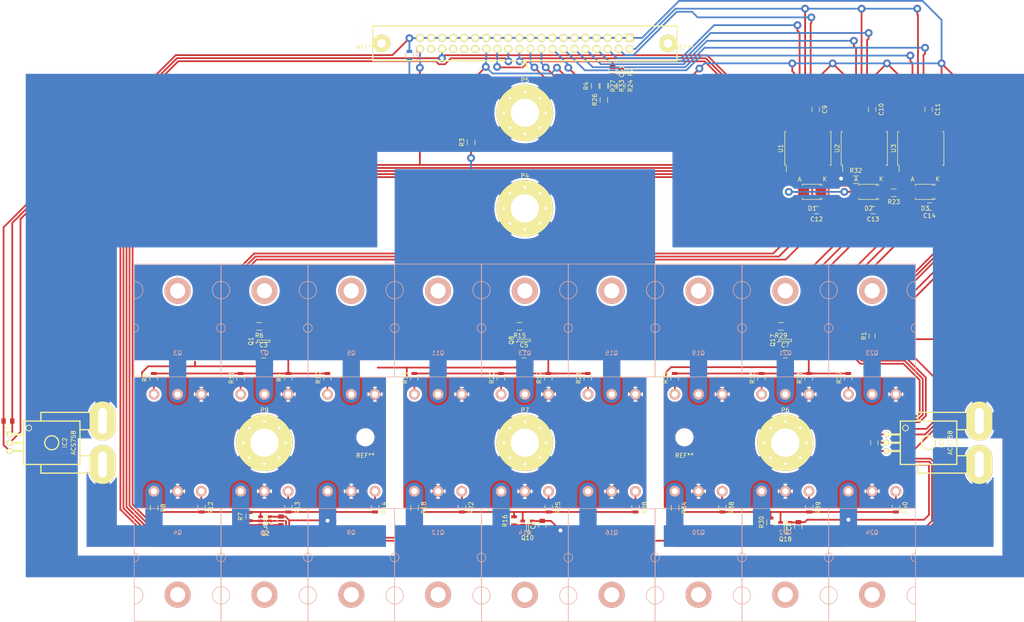
<source format=kicad_pcb>
(kicad_pcb (version 4) (host pcbnew 4.0.0-rc1-stable)
  (layers (0 F.Cu signal) (31 B.Cu signal) (34 B.Paste user) (35 F.Paste user) (36 B.SilkS user) (37 F.SilkS user) (38 B.Mask user) (39 F.Mask user) (44 Edge.Cuts user))
  (net 0 "")
  (net 1 +3V3)
  (net 2 GND)
  (net 3 "/Mosfet driver/H1_HI")
  (net 4 "/Mosfet driver/H1_VS")
  (net 5 +12V)
  (net 6 "/Mosfet driver/H1_LOW")
  (net 7 "/Mosfet driver/H2_HI")
  (net 8 "/Mosfet driver/H2_VS")
  (net 9 "/Mosfet driver/H3_HI")
  (net 10 "/Mosfet driver/H3_VS")
  (net 11 "/Mosfet driver/H3_LOW")
  (net 12 "/NTC temp sensor/Temp")
  (net 13 "Net-(IC1-Pad2)")
  (net 14 "Net-(IC2-Pad2)")
  (net 15 "/Mosfet driver/EN_GATE")
  (net 16 "/Mosfet driver/H1")
  (net 17 "/Mosfet driver/L1")
  (net 18 "/Mosfet driver/H2")
  (net 19 "/Mosfet driver/L2")
  (net 20 "/Mosfet driver/H3")
  (net 21 "/Mosfet driver/L3")
  (net 22 "/Mosfet driver/SENS1")
  (net 23 "/Mosfet driver/SENS2")
  (net 24 "/Mosfet driver/SENS3")
  (net 25 "Net-(P1-Pad28)")
  (net 26 +BATT)
  (net 27 "/Mosfet driver/M_H1")
  (net 28 "Net-(Q1-Pad4)")
  (net 29 "/Mosfet driver/M_L1")
  (net 30 "Net-(Q2-Pad4)")
  (net 31 "/Mosfet driver/M_H2")
  (net 32 "Net-(Q8-Pad4)")
  (net 33 "/Mosfet driver/M_L2")
  (net 34 "Net-(Q10-Pad4)")
  (net 35 "/Mosfet driver/M_H3")
  (net 36 "Net-(Q17-Pad4)")
  (net 37 "/Mosfet driver/M_L3")
  (net 38 "Net-(Q18-Pad4)")
  (net 39 "Net-(Q3-Pad1)")
  (net 40 "Net-(Q4-Pad1)")
  (net 41 "Net-(Q5-Pad1)")
  (net 42 "Net-(Q6-Pad1)")
  (net 43 "Net-(Q7-Pad1)")
  (net 44 "Net-(Q9-Pad1)")
  (net 45 "Net-(Q11-Pad1)")
  (net 46 "Net-(Q12-Pad1)")
  (net 47 "Net-(Q13-Pad1)")
  (net 48 "Net-(Q14-Pad1)")
  (net 49 "Net-(Q15-Pad1)")
  (net 50 "Net-(Q16-Pad1)")
  (net 51 "Net-(Q19-Pad1)")
  (net 52 "Net-(Q20-Pad1)")
  (net 53 "Net-(Q21-Pad1)")
  (net 54 "Net-(Q22-Pad1)")
  (net 55 "Net-(Q23-Pad1)")
  (net 56 "Net-(Q24-Pad1)")
  (net 57 GNDPWR)
  (module Housings_SOIC:SOIC-16_7.5x10.3mm_Pitch1.27mm (layer F.Cu) (at 223.2 55.4 90)
    (fp_text reference U2 (at 0 -6.25 90) (layer F.SilkS))
    (fp_text value IR2110S)
    (pad 1 smd rect (at -4.65 -4.445 90) (size 1.5 0.6) (layers F.Cu F.Paste F.Mask) (net 33 "/Mosfet driver/M_L2"))
    (pad 2 smd rect (at -4.65 -3.175 90) (size 1.5 0.6) (layers F.Cu F.Paste F.Mask) (net 57 GNDPWR))
    (pad 3 smd rect (at -4.65 -1.905 90) (size 1.5 0.6) (layers F.Cu F.Paste F.Mask) (net 5 +12V))
    (pad 5 smd rect (at -4.65 0.635 90) (size 1.5 0.6) (layers F.Cu F.Paste F.Mask))
    (pad 6 smd rect (at -4.65 1.905 90) (size 1.5 0.6) (layers F.Cu F.Paste F.Mask) (net 8 "/Mosfet driver/H2_VS"))
    (pad 7 smd rect (at -4.65 3.175 90) (size 1.5 0.6) (layers F.Cu F.Paste F.Mask) (net 7 "/Mosfet driver/H2_HI"))
    (pad 8 smd rect (at -4.65 4.445 90) (size 1.5 0.6) (layers F.Cu F.Paste F.Mask) (net 31 "/Mosfet driver/M_H2"))
    (pad 9 smd rect (at 4.65 4.445 90) (size 1.5 0.6) (layers F.Cu F.Paste F.Mask))
    (pad 10 smd rect (at 4.65 3.175 90) (size 1.5 0.6) (layers F.Cu F.Paste F.Mask))
    (pad 11 smd rect (at 4.65 1.905 90) (size 1.5 0.6) (layers F.Cu F.Paste F.Mask) (net 1 +3V3))
    (pad 12 smd rect (at 4.65 0.635 90) (size 1.5 0.6) (layers F.Cu F.Paste F.Mask) (net 18 "/Mosfet driver/H2"))
    (pad 13 smd rect (at 4.65 -0.635 90) (size 1.5 0.6) (layers F.Cu F.Paste F.Mask) (net 15 "/Mosfet driver/EN_GATE"))
    (pad 14 smd rect (at 4.65 -1.905 90) (size 1.5 0.6) (layers F.Cu F.Paste F.Mask) (net 19 "/Mosfet driver/L2"))
    (pad 15 smd rect (at 4.65 -3.175 90) (size 1.5 0.6) (layers F.Cu F.Paste F.Mask) (net 2 GND))
    (pad 16 smd rect (at 4.65 -4.445 90) (size 1.5 0.6) (layers F.Cu F.Paste F.Mask))
  )
  (module Resistors_SMD:R_0805 (layer F.Cu) (at 163.2 44.2 90)
    (fp_text reference R26 (at 0 -2.1 90) (layer F.SilkS))
    (fp_text value 64k9)
    (pad 1 smd rect (at -0.95 0 90) (size 0.7 1.3) (layers F.Cu F.Paste F.Mask) (net 8 "/Mosfet driver/H2_VS"))
    (pad 2 smd rect (at 0.95 0 90) (size 0.7 1.3) (layers F.Cu F.Paste F.Mask) (net 23 "/Mosfet driver/SENS2"))
  )
  (module alexmod:TO-264_flat_reverse (layer B.Cu) (at 65 138.37)
    (fp_text reference Q4 (at 0 5.5) (layer B.SilkS) (effects (justify mirror)))
    (fp_text value Q_NMOS_GDS)
    (pad "" thru_hole circle (at 0 19.83) (size 6 6) (drill 3.5) (layers *.Cu *.Mask B.SilkS))
    (pad 3 thru_hole circle (at -5.46 -4) (size 2.5 2.5) (drill 1.42) (layers *.Cu *.Mask B.SilkS) (net 6 "/Mosfet driver/H1_LOW"))
    (pad 2 thru_hole circle (at 0 -4) (size 2.5 2.5) (drill 1.42) (layers *.Cu *.Mask B.SilkS) (net 4 "/Mosfet driver/H1_VS"))
    (pad 1 thru_hole circle (at 5.46 -4) (size 2.5 2.5) (drill 1.42) (layers *.Cu *.Mask B.SilkS) (net 40 "Net-(Q4-Pad1)"))
  )
  (module alexmod:XG4A_40 (layer F.Cu) (at 145 31.2 180)
    (fp_text reference P1 (at 0 -5.08 180) (layer F.SilkS) (effects (font (size 1.016 1.016) (thickness 0.2032))))
    (fp_text value CONN_02X20 hide)
    (pad 1 thru_hole rect (at -24.13 1.27 180) (size 1.85 1.85) (drill 1.1) (layers *.Cu *.Mask F.SilkS) (net 2 GND))
    (pad 2 thru_hole circle (at -24.13 -1.27 180) (size 1.85 1.85) (drill 1.1) (layers *.Cu *.Mask F.SilkS) (net 15 "/Mosfet driver/EN_GATE"))
    (pad "" thru_hole circle (at 33 0 180) (size 4 4) (drill 2) (layers *.Cu *.Mask F.SilkS))
    (pad "" thru_hole circle (at -33 0 180) (size 4 4) (drill 2) (layers *.Cu *.Mask F.SilkS))
    (pad 3 thru_hole circle (at -21.59 1.27 180) (size 1.85 1.85) (drill 1.1) (layers *.Cu *.Mask F.SilkS) (net 2 GND))
    (pad 4 thru_hole circle (at -21.59 -1.27 180) (size 1.85 1.85) (drill 1.1) (layers *.Cu *.Mask F.SilkS) (net 16 "/Mosfet driver/H1"))
    (pad 5 thru_hole circle (at -19.05 1.27 180) (size 1.85 1.85) (drill 1.1) (layers *.Cu *.Mask F.SilkS) (net 2 GND))
    (pad 6 thru_hole circle (at -19.05 -1.27 180) (size 1.85 1.85) (drill 1.1) (layers *.Cu *.Mask F.SilkS) (net 17 "/Mosfet driver/L1"))
    (pad 7 thru_hole circle (at -16.51 1.27 180) (size 1.85 1.85) (drill 1.1) (layers *.Cu *.Mask F.SilkS) (net 2 GND))
    (pad 8 thru_hole circle (at -16.51 -1.27 180) (size 1.85 1.85) (drill 1.1) (layers *.Cu *.Mask F.SilkS) (net 18 "/Mosfet driver/H2"))
    (pad 9 thru_hole circle (at -13.97 1.27 180) (size 1.85 1.85) (drill 1.1) (layers *.Cu *.Mask F.SilkS) (net 2 GND))
    (pad 10 thru_hole circle (at -13.97 -1.27 180) (size 1.85 1.85) (drill 1.1) (layers *.Cu *.Mask F.SilkS) (net 19 "/Mosfet driver/L2"))
    (pad 11 thru_hole circle (at -11.43 1.27 180) (size 1.85 1.85) (drill 1.1) (layers *.Cu *.Mask F.SilkS) (net 2 GND))
    (pad 12 thru_hole circle (at -11.43 -1.27 180) (size 1.85 1.85) (drill 1.1) (layers *.Cu *.Mask F.SilkS) (net 20 "/Mosfet driver/H3"))
    (pad 13 thru_hole circle (at -8.89 1.27 180) (size 1.85 1.85) (drill 1.1) (layers *.Cu *.Mask F.SilkS) (net 2 GND))
    (pad 14 thru_hole circle (at -8.89 -1.27 180) (size 1.85 1.85) (drill 1.1) (layers *.Cu *.Mask F.SilkS) (net 21 "/Mosfet driver/L3"))
    (pad 15 thru_hole circle (at -6.35 1.27 180) (size 1.85 1.85) (drill 1.1) (layers *.Cu *.Mask F.SilkS) (net 2 GND))
    (pad 16 thru_hole circle (at -6.35 -1.27 180) (size 1.85 1.85) (drill 1.1) (layers *.Cu *.Mask F.SilkS) (net 22 "/Mosfet driver/SENS1"))
    (pad 17 thru_hole circle (at -3.81 1.27 180) (size 1.85 1.85) (drill 1.1) (layers *.Cu *.Mask F.SilkS) (net 2 GND))
    (pad 18 thru_hole circle (at -3.81 -1.27 180) (size 1.85 1.85) (drill 1.1) (layers *.Cu *.Mask F.SilkS) (net 23 "/Mosfet driver/SENS2"))
    (pad 19 thru_hole circle (at -1.27 1.27 180) (size 1.85 1.85) (drill 1.1) (layers *.Cu *.Mask F.SilkS) (net 2 GND))
    (pad 20 thru_hole circle (at -1.27 -1.27 180) (size 1.85 1.85) (drill 1.1) (layers *.Cu *.Mask F.SilkS) (net 24 "/Mosfet driver/SENS3"))
    (pad 21 thru_hole circle (at 1.27 1.27 180) (size 1.85 1.85) (drill 1.1) (layers *.Cu *.Mask F.SilkS) (net 2 GND))
    (pad 22 thru_hole circle (at 1.27 -1.27 180) (size 1.85 1.85) (drill 1.1) (layers *.Cu *.Mask F.SilkS) (net 13 "Net-(IC1-Pad2)"))
    (pad 23 thru_hole circle (at 3.81 1.27 180) (size 1.85 1.85) (drill 1.1) (layers *.Cu *.Mask F.SilkS) (net 2 GND))
    (pad 24 thru_hole circle (at 3.81 -1.27 180) (size 1.85 1.85) (drill 1.1) (layers *.Cu *.Mask F.SilkS) (net 14 "Net-(IC2-Pad2)"))
    (pad 25 thru_hole circle (at 6.35 1.27 180) (size 1.85 1.85) (drill 1.1) (layers *.Cu *.Mask F.SilkS) (net 2 GND))
    (pad 26 thru_hole circle (at 6.35 -1.27 180) (size 1.85 1.85) (drill 1.1) (layers *.Cu *.Mask F.SilkS) (net 12 "/NTC temp sensor/Temp"))
    (pad 27 thru_hole circle (at 8.89 1.27 180) (size 1.85 1.85) (drill 1.1) (layers *.Cu *.Mask F.SilkS) (net 2 GND))
    (pad 28 thru_hole circle (at 8.89 -1.27 180) (size 1.85 1.85) (drill 1.1) (layers *.Cu *.Mask F.SilkS) (net 25 "Net-(P1-Pad28)"))
    (pad 29 thru_hole circle (at 11.43 1.27 180) (size 1.85 1.85) (drill 1.1) (layers *.Cu *.Mask F.SilkS) (net 2 GND))
    (pad 30 thru_hole circle (at 11.43 -1.27 180) (size 1.85 1.85) (drill 1.1) (layers *.Cu *.Mask F.SilkS))
    (pad 31 thru_hole circle (at 13.97 1.27 180) (size 1.85 1.85) (drill 1.1) (layers *.Cu *.Mask F.SilkS) (net 2 GND))
    (pad 32 thru_hole circle (at 13.97 -1.27 180) (size 1.85 1.85) (drill 1.1) (layers *.Cu *.Mask F.SilkS))
    (pad 33 thru_hole circle (at 16.51 1.27 180) (size 1.85 1.85) (drill 1.1) (layers *.Cu *.Mask F.SilkS) (net 2 GND))
    (pad 34 thru_hole circle (at 16.51 -1.27 180) (size 1.85 1.85) (drill 1.1) (layers *.Cu *.Mask F.SilkS))
    (pad 35 thru_hole circle (at 19.05 1.27 180) (size 1.85 1.85) (drill 1.1) (layers *.Cu *.Mask F.SilkS) (net 2 GND))
    (pad 36 thru_hole circle (at 19.05 -1.27 180) (size 1.85 1.85) (drill 1.1) (layers *.Cu *.Mask F.SilkS) (net 1 +3V3))
    (pad 37 thru_hole circle (at 21.59 1.27 180) (size 1.85 1.85) (drill 1.1) (layers *.Cu *.Mask F.SilkS) (net 2 GND))
    (pad 38 thru_hole circle (at 21.59 -1.27 180) (size 1.85 1.85) (drill 1.1) (layers *.Cu *.Mask F.SilkS))
    (pad 39 thru_hole circle (at 24.13 1.27 180) (size 1.85 1.85) (drill 1.1) (layers *.Cu *.Mask F.SilkS) (net 2 GND))
    (pad 40 thru_hole circle (at 24.13 -1.27 180) (size 1.85 1.85) (drill 1.1) (layers *.Cu *.Mask F.SilkS) (net 5 +12V))
  )
  (module Housings_SOIC:SOIC-16_7.5x10.3mm_Pitch1.27mm (layer F.Cu) (at 236.2 55.4 90)
    (fp_text reference U3 (at 0 -6.25 90) (layer F.SilkS))
    (fp_text value IR2110S)
    (pad 1 smd rect (at -4.65 -4.445 90) (size 1.5 0.6) (layers F.Cu F.Paste F.Mask) (net 37 "/Mosfet driver/M_L3"))
    (pad 2 smd rect (at -4.65 -3.175 90) (size 1.5 0.6) (layers F.Cu F.Paste F.Mask) (net 11 "/Mosfet driver/H3_LOW"))
    (pad 3 smd rect (at -4.65 -1.905 90) (size 1.5 0.6) (layers F.Cu F.Paste F.Mask) (net 5 +12V))
    (pad 4 smd rect (at -4.65 -0.635 90) (size 1.5 0.6) (layers F.Cu F.Paste F.Mask))
    (pad 5 smd rect (at -4.65 0.635 90) (size 1.5 0.6) (layers F.Cu F.Paste F.Mask))
    (pad 6 smd rect (at -4.65 1.905 90) (size 1.5 0.6) (layers F.Cu F.Paste F.Mask) (net 10 "/Mosfet driver/H3_VS"))
    (pad 7 smd rect (at -4.65 3.175 90) (size 1.5 0.6) (layers F.Cu F.Paste F.Mask) (net 9 "/Mosfet driver/H3_HI"))
    (pad 8 smd rect (at -4.65 4.445 90) (size 1.5 0.6) (layers F.Cu F.Paste F.Mask) (net 35 "/Mosfet driver/M_H3"))
    (pad 9 smd rect (at 4.65 4.445 90) (size 1.5 0.6) (layers F.Cu F.Paste F.Mask))
    (pad 10 smd rect (at 4.65 3.175 90) (size 1.5 0.6) (layers F.Cu F.Paste F.Mask))
    (pad 11 smd rect (at 4.65 1.905 90) (size 1.5 0.6) (layers F.Cu F.Paste F.Mask) (net 1 +3V3))
    (pad 12 smd rect (at 4.65 0.635 90) (size 1.5 0.6) (layers F.Cu F.Paste F.Mask) (net 20 "/Mosfet driver/H3"))
    (pad 13 smd rect (at 4.65 -0.635 90) (size 1.5 0.6) (layers F.Cu F.Paste F.Mask) (net 15 "/Mosfet driver/EN_GATE"))
    (pad 14 smd rect (at 4.65 -1.905 90) (size 1.5 0.6) (layers F.Cu F.Paste F.Mask) (net 21 "/Mosfet driver/L3"))
    (pad 15 smd rect (at 4.65 -3.175 90) (size 1.5 0.6) (layers F.Cu F.Paste F.Mask) (net 2 GND))
    (pad 16 smd rect (at 4.65 -4.445 90) (size 1.5 0.6) (layers F.Cu F.Paste F.Mask))
  )
  (module alexmod:TO-264_flat_reverse (layer B.Cu) (at 165 108.03 180)
    (fp_text reference Q15 (at 0 5.5 180) (layer B.SilkS) (effects (justify mirror)))
    (fp_text value Q_NMOS_GDS)
    (pad "" thru_hole circle (at 0 19.83 180) (size 6 6) (drill 3.5) (layers *.Cu *.Mask B.SilkS))
    (pad 3 thru_hole circle (at -5.46 -4 180) (size 2.5 2.5) (drill 1.42) (layers *.Cu *.Mask B.SilkS) (net 8 "/Mosfet driver/H2_VS"))
    (pad 2 thru_hole circle (at 0 -4 180) (size 2.5 2.5) (drill 1.42) (layers *.Cu *.Mask B.SilkS) (net 26 +BATT))
    (pad 1 thru_hole circle (at 5.46 -4 180) (size 2.5 2.5) (drill 1.42) (layers *.Cu *.Mask B.SilkS) (net 49 "Net-(Q15-Pad1)"))
  )
  (module alexmod:TO-264_flat_reverse (layer B.Cu) (at 225 108.03 180)
    (fp_text reference Q23 (at 0 5.5 180) (layer B.SilkS) (effects (justify mirror)))
    (fp_text value Q_NMOS_GDS)
    (pad "" thru_hole circle (at 0 19.83 180) (size 6 6) (drill 3.5) (layers *.Cu *.Mask B.SilkS))
    (pad 3 thru_hole circle (at -5.46 -4 180) (size 2.5 2.5) (drill 1.42) (layers *.Cu *.Mask B.SilkS) (net 10 "/Mosfet driver/H3_VS"))
    (pad 2 thru_hole circle (at 0 -4 180) (size 2.5 2.5) (drill 1.42) (layers *.Cu *.Mask B.SilkS) (net 26 +BATT))
    (pad 1 thru_hole circle (at 5.46 -4 180) (size 2.5 2.5) (drill 1.42) (layers *.Cu *.Mask B.SilkS) (net 55 "Net-(Q23-Pad1)"))
  )
  (module Resistors_SMD:R_0805 (layer F.Cu) (at 83.8 96.4 180)
    (fp_text reference R6 (at 0 -2.1 180) (layer F.SilkS))
    (fp_text value 120R)
    (pad 1 smd rect (at -0.95 0 180) (size 0.7 1.3) (layers F.Cu F.Paste F.Mask) (net 27 "/Mosfet driver/M_H1"))
    (pad 2 smd rect (at 0.95 0 180) (size 0.7 1.3) (layers F.Cu F.Paste F.Mask) (net 28 "Net-(Q1-Pad4)"))
  )
  (module Resistors_SMD:R_0805 (layer F.Cu) (at 143.8 96.4 180)
    (fp_text reference R15 (at 0 -2.1 180) (layer F.SilkS))
    (fp_text value 120R)
    (pad 1 smd rect (at -0.95 0 180) (size 0.7 1.3) (layers F.Cu F.Paste F.Mask) (net 31 "/Mosfet driver/M_H2"))
    (pad 2 smd rect (at 0.95 0 180) (size 0.7 1.3) (layers F.Cu F.Paste F.Mask) (net 32 "Net-(Q8-Pad4)"))
  )
  (module Housings_SOIC:SOIC-16_7.5x10.3mm_Pitch1.27mm (layer F.Cu) (at 210.2 55.4 90)
    (fp_text reference U1 (at 0 -6.25 90) (layer F.SilkS))
    (fp_text value IR2110S)
    (pad 1 smd rect (at -4.65 -4.445 90) (size 1.5 0.6) (layers F.Cu F.Paste F.Mask) (net 29 "/Mosfet driver/M_L1"))
    (pad 2 smd rect (at -4.65 -3.175 90) (size 1.5 0.6) (layers F.Cu F.Paste F.Mask) (net 6 "/Mosfet driver/H1_LOW"))
    (pad 3 smd rect (at -4.65 -1.905 90) (size 1.5 0.6) (layers F.Cu F.Paste F.Mask) (net 5 +12V))
    (pad 4 smd rect (at -4.65 -0.635 90) (size 1.5 0.6) (layers F.Cu F.Paste F.Mask))
    (pad 5 smd rect (at -4.65 0.635 90) (size 1.5 0.6) (layers F.Cu F.Paste F.Mask))
    (pad 6 smd rect (at -4.65 1.905 90) (size 1.5 0.6) (layers F.Cu F.Paste F.Mask) (net 4 "/Mosfet driver/H1_VS"))
    (pad 7 smd rect (at -4.65 3.175 90) (size 1.5 0.6) (layers F.Cu F.Paste F.Mask) (net 3 "/Mosfet driver/H1_HI"))
    (pad 8 smd rect (at -4.65 4.445 90) (size 1.5 0.6) (layers F.Cu F.Paste F.Mask) (net 27 "/Mosfet driver/M_H1"))
    (pad 9 smd rect (at 4.65 4.445 90) (size 1.5 0.6) (layers F.Cu F.Paste F.Mask))
    (pad 10 smd rect (at 4.65 3.175 90) (size 1.5 0.6) (layers F.Cu F.Paste F.Mask))
    (pad 11 smd rect (at 4.65 1.905 90) (size 1.5 0.6) (layers F.Cu F.Paste F.Mask) (net 1 +3V3))
    (pad 12 smd rect (at 4.65 0.635 90) (size 1.5 0.6) (layers F.Cu F.Paste F.Mask) (net 16 "/Mosfet driver/H1"))
    (pad 13 smd rect (at 4.65 -0.635 90) (size 1.5 0.6) (layers F.Cu F.Paste F.Mask) (net 15 "/Mosfet driver/EN_GATE"))
    (pad 14 smd rect (at 4.65 -1.905 90) (size 1.5 0.6) (layers F.Cu F.Paste F.Mask) (net 17 "/Mosfet driver/L1"))
    (pad 15 smd rect (at 4.65 -3.175 90) (size 1.5 0.6) (layers F.Cu F.Paste F.Mask) (net 2 GND))
    (pad 16 smd rect (at 4.65 -4.445 90) (size 1.5 0.6) (layers F.Cu F.Paste F.Mask))
  )
  (module Capacitors_SMD:C_0805 (layer F.Cu) (at 88.8 141.2 90)
    (fp_text reference C4 (at 0 -2.1 90) (layer F.SilkS))
    (fp_text value 1u)
    (pad 1 smd rect (at -1 0 90) (size 1 1.25) (layers F.Cu F.Paste F.Mask) (net 5 +12V))
    (pad 2 smd rect (at 1 0 90) (size 1 1.25) (layers F.Cu F.Paste F.Mask) (net 6 "/Mosfet driver/H1_LOW"))
  )
  (module Resistors_SMD:R_0805 (layer F.Cu) (at 81.6 140.2 90)
    (fp_text reference R7 (at 0 -2.1 90) (layer F.SilkS))
    (fp_text value 120R)
    (pad 1 smd rect (at -0.95 0 90) (size 0.7 1.3) (layers F.Cu F.Paste F.Mask) (net 29 "/Mosfet driver/M_L1"))
    (pad 2 smd rect (at 0.95 0 90) (size 0.7 1.3) (layers F.Cu F.Paste F.Mask) (net 30 "Net-(Q2-Pad4)"))
  )
  (module TO_SOT_Packages_SMD:SOT-23-6 (layer F.Cu) (at 85.2 141.2 180)
    (fp_text reference Q2 (at 0 -2.9 180) (layer F.SilkS))
    (fp_text value ZXTC2045E6)
    (pad 1 smd rect (at -1.1 -0.95 180) (size 1.06 0.65) (layers F.Cu F.Paste F.Mask) (net 5 +12V))
    (pad 2 smd rect (at -1.1 0 180) (size 1.06 0.65) (layers F.Cu F.Paste F.Mask) (net 29 "/Mosfet driver/M_L1"))
    (pad 3 smd rect (at -1.1 0.95 180) (size 1.06 0.65) (layers F.Cu F.Paste F.Mask) (net 6 "/Mosfet driver/H1_LOW"))
    (pad 4 smd rect (at 1.1 0.95 180) (size 1.06 0.65) (layers F.Cu F.Paste F.Mask) (net 30 "Net-(Q2-Pad4)"))
    (pad 6 smd rect (at 1.1 -0.95 180) (size 1.06 0.65) (layers F.Cu F.Paste F.Mask) (net 30 "Net-(Q2-Pad4)"))
    (pad 5 smd rect (at 1.1 0 180) (size 1.06 0.65) (layers F.Cu F.Paste F.Mask) (net 29 "/Mosfet driver/M_L1"))
  )
  (module alexmod:TO-264_flat_reverse (layer B.Cu) (at 85 138.37)
    (fp_text reference Q6 (at 0 5.5) (layer B.SilkS) (effects (justify mirror)))
    (fp_text value Q_NMOS_GDS)
    (pad "" thru_hole circle (at 0 19.83) (size 6 6) (drill 3.5) (layers *.Cu *.Mask B.SilkS))
    (pad 3 thru_hole circle (at -5.46 -4) (size 2.5 2.5) (drill 1.42) (layers *.Cu *.Mask B.SilkS) (net 6 "/Mosfet driver/H1_LOW"))
    (pad 2 thru_hole circle (at 0 -4) (size 2.5 2.5) (drill 1.42) (layers *.Cu *.Mask B.SilkS) (net 4 "/Mosfet driver/H1_VS"))
    (pad 1 thru_hole circle (at 5.46 -4) (size 2.5 2.5) (drill 1.42) (layers *.Cu *.Mask B.SilkS) (net 42 "Net-(Q6-Pad1)"))
  )
  (module alexmod:TO-264_flat_reverse (layer B.Cu) (at 105 138.37)
    (fp_text reference Q9 (at 0 5.5) (layer B.SilkS) (effects (justify mirror)))
    (fp_text value Q_NMOS_GDS)
    (pad "" thru_hole circle (at 0 19.83) (size 6 6) (drill 3.5) (layers *.Cu *.Mask B.SilkS))
    (pad 3 thru_hole circle (at -5.46 -4) (size 2.5 2.5) (drill 1.42) (layers *.Cu *.Mask B.SilkS) (net 6 "/Mosfet driver/H1_LOW"))
    (pad 2 thru_hole circle (at 0 -4) (size 2.5 2.5) (drill 1.42) (layers *.Cu *.Mask B.SilkS) (net 4 "/Mosfet driver/H1_VS"))
    (pad 1 thru_hole circle (at 5.46 -4) (size 2.5 2.5) (drill 1.42) (layers *.Cu *.Mask B.SilkS) (net 44 "Net-(Q9-Pad1)"))
  )
  (module alexmod:CB-PFF (layer F.Cu) (at 37 123.2 270)
    (fp_text reference IC2 (at 0 -2 270) (layer F.SilkS))
    (fp_text value ACS758 (at 0 -4 270) (layer F.SilkS))
    (pad 4 thru_hole oval (at 5 -10.7 270) (size 9 6) (drill oval 6 2) (layers *.Cu *.Mask F.SilkS) (net 6 "/Mosfet driver/H1_LOW"))
    (pad 5 thru_hole oval (at -5 -10.7 270) (size 9 6) (drill oval 6 2) (layers *.Cu *.Mask F.SilkS) (net 57 GNDPWR))
    (pad 1 thru_hole circle (at -1.91 10.7 270) (size 1.35 1.35) (drill 0.8) (layers *.Cu *.Mask F.SilkS) (net 1 +3V3))
    (pad 2 thru_hole circle (at 0 10.7 270) (size 1.35 1.35) (drill 0.8) (layers *.Cu *.Mask F.SilkS) (net 14 "Net-(IC2-Pad2)"))
    (pad 3 thru_hole circle (at 1.91 10.7 270) (size 1.35 1.35) (drill 0.8) (layers *.Cu *.Mask F.SilkS) (net 2 GND))
  )
  (module Mounting_Holes:MountingHole_3.2mm_M3 (layer F.Cu) (at 108.25 121.95 180)
    (fp_text reference REF** (at 0 -4.2 180) (layer F.SilkS))
    (fp_text value MountingHole_3.2mm_M3)
    (pad 1 np_thru_hole circle (at 0 0 180) (size 3.2 3.2) (drill 3.2) (layers *.Cu *.Mask F.SilkS))
  )
  (module Mounting_Holes:MountingHole_3.2mm_M3 (layer F.Cu) (at 108.25 27.95 180)
    (fp_text reference REF** (at 0 -4.2 180) (layer F.SilkS))
    (fp_text value MountingHole_3.2mm_M3)
    (pad 1 np_thru_hole circle (at 0 0 180) (size 3.2 3.2) (drill 3.2) (layers *.Cu *.Mask F.SilkS))
  )
  (module Capacitors_SMD:C_0805 (layer F.Cu) (at 225.5 123.2 270)
    (fp_text reference C1 (at 0 -2.1 270) (layer F.SilkS))
    (fp_text value 1u)
    (pad 1 smd rect (at -1 0 270) (size 1 1.25) (layers F.Cu F.Paste F.Mask) (net 1 +3V3))
    (pad 2 smd rect (at 1 0 270) (size 1 1.25) (layers F.Cu F.Paste F.Mask) (net 2 GND))
  )
  (module Capacitors_SMD:C_0805 (layer F.Cu) (at 25.9 118.2 180)
    (fp_text reference C2 (at 0 -2.1 180) (layer F.SilkS))
    (fp_text value 1u)
    (pad 1 smd rect (at -1 0 180) (size 1 1.25) (layers F.Cu F.Paste F.Mask) (net 1 +3V3))
    (pad 2 smd rect (at 1 0 180) (size 1 1.25) (layers F.Cu F.Paste F.Mask) (net 2 GND))
  )
  (module Capacitors_SMD:C_0805 (layer F.Cu) (at 84.8 102.8)
    (fp_text reference C3 (at 0 -2.1) (layer F.SilkS))
    (fp_text value 1u)
    (pad 1 smd rect (at -1 0) (size 1 1.25) (layers F.Cu F.Paste F.Mask) (net 3 "/Mosfet driver/H1_HI"))
    (pad 2 smd rect (at 1 0) (size 1 1.25) (layers F.Cu F.Paste F.Mask) (net 4 "/Mosfet driver/H1_VS"))
  )
  (module Capacitors_SMD:C_0805 (layer F.Cu) (at 144.8 102.8)
    (fp_text reference C5 (at 0 -2.1) (layer F.SilkS))
    (fp_text value 1u)
    (pad 1 smd rect (at -1 0) (size 1 1.25) (layers F.Cu F.Paste F.Mask) (net 7 "/Mosfet driver/H2_HI"))
    (pad 2 smd rect (at 1 0) (size 1 1.25) (layers F.Cu F.Paste F.Mask) (net 8 "/Mosfet driver/H2_VS"))
  )
  (module Capacitors_SMD:C_0805 (layer F.Cu) (at 149 142.2 90)
    (fp_text reference C6 (at 0 -2.1 90) (layer F.SilkS))
    (fp_text value 1u)
    (pad 1 smd rect (at -1 0 90) (size 1 1.25) (layers F.Cu F.Paste F.Mask) (net 5 +12V))
    (pad 2 smd rect (at 1 0 90) (size 1 1.25) (layers F.Cu F.Paste F.Mask) (net 57 GNDPWR))
  )
  (module Capacitors_SMD:C_0805 (layer F.Cu) (at 205 102.8)
    (fp_text reference C7 (at 0 -2.1) (layer F.SilkS))
    (fp_text value 1u)
    (pad 1 smd rect (at -1 0) (size 1 1.25) (layers F.Cu F.Paste F.Mask) (net 9 "/Mosfet driver/H3_HI"))
    (pad 2 smd rect (at 1 0) (size 1 1.25) (layers F.Cu F.Paste F.Mask) (net 10 "/Mosfet driver/H3_VS"))
  )
  (module Capacitors_SMD:C_0805 (layer F.Cu) (at 208 142.5 90)
    (fp_text reference C8 (at 0 -2.1 90) (layer F.SilkS))
    (fp_text value 1u)
    (pad 1 smd rect (at -1 0 90) (size 1 1.25) (layers F.Cu F.Paste F.Mask) (net 5 +12V))
    (pad 2 smd rect (at 1 0 90) (size 1 1.25) (layers F.Cu F.Paste F.Mask) (net 11 "/Mosfet driver/H3_LOW"))
  )
  (module Capacitors_SMD:C_0805 (layer F.Cu) (at 212 46.4 270)
    (fp_text reference C9 (at 0 -2.1 270) (layer F.SilkS))
    (fp_text value 100n)
    (pad 1 smd rect (at -1 0 270) (size 1 1.25) (layers F.Cu F.Paste F.Mask) (net 2 GND))
    (pad 2 smd rect (at 1 0 270) (size 1 1.25) (layers F.Cu F.Paste F.Mask) (net 1 +3V3))
  )
  (module Capacitors_SMD:C_0805 (layer F.Cu) (at 225 46.4 270)
    (fp_text reference C10 (at 0 -2.1 270) (layer F.SilkS))
    (fp_text value 100n)
    (pad 1 smd rect (at -1 0 270) (size 1 1.25) (layers F.Cu F.Paste F.Mask) (net 2 GND))
    (pad 2 smd rect (at 1 0 270) (size 1 1.25) (layers F.Cu F.Paste F.Mask) (net 1 +3V3))
  )
  (module Capacitors_SMD:C_0805 (layer F.Cu) (at 238 46.4 270)
    (fp_text reference C11 (at 0 -2.1 270) (layer F.SilkS))
    (fp_text value 100n)
    (pad 1 smd rect (at -1 0 270) (size 1 1.25) (layers F.Cu F.Paste F.Mask) (net 2 GND))
    (pad 2 smd rect (at 1 0 270) (size 1 1.25) (layers F.Cu F.Paste F.Mask) (net 1 +3V3))
  )
  (module Capacitors_SMD:C_0805 (layer F.Cu) (at 212.2 69.6 180)
    (fp_text reference C12 (at 0 -2.1 180) (layer F.SilkS))
    (fp_text value 100n)
    (pad 1 smd rect (at -1 0 180) (size 1 1.25) (layers F.Cu F.Paste F.Mask) (net 3 "/Mosfet driver/H1_HI"))
    (pad 2 smd rect (at 1 0 180) (size 1 1.25) (layers F.Cu F.Paste F.Mask) (net 4 "/Mosfet driver/H1_VS"))
  )
  (module Capacitors_SMD:C_0805 (layer F.Cu) (at 225.2 69.6 180)
    (fp_text reference C13 (at 0 -2.1 180) (layer F.SilkS))
    (fp_text value 100n)
    (pad 1 smd rect (at -1 0 180) (size 1 1.25) (layers F.Cu F.Paste F.Mask) (net 7 "/Mosfet driver/H2_HI"))
    (pad 2 smd rect (at 1 0 180) (size 1 1.25) (layers F.Cu F.Paste F.Mask) (net 8 "/Mosfet driver/H2_VS"))
  )
  (module Capacitors_SMD:C_0805 (layer F.Cu) (at 238.2 68.8 180)
    (fp_text reference C14 (at 0 -2.1 180) (layer F.SilkS))
    (fp_text value 100n)
    (pad 1 smd rect (at -1 0 180) (size 1 1.25) (layers F.Cu F.Paste F.Mask) (net 9 "/Mosfet driver/H3_HI"))
    (pad 2 smd rect (at 1 0 180) (size 1 1.25) (layers F.Cu F.Paste F.Mask) (net 10 "/Mosfet driver/H3_VS"))
  )
  (module Capacitors_SMD:C_0805 (layer F.Cu) (at 165.2 37.6 270)
    (fp_text reference C41 (at 0 -2.1 270) (layer F.SilkS))
    (fp_text value 1u)
    (pad 1 smd rect (at -1 0 270) (size 1 1.25) (layers F.Cu F.Paste F.Mask) (net 12 "/NTC temp sensor/Temp"))
    (pad 2 smd rect (at 1 0 270) (size 1 1.25) (layers F.Cu F.Paste F.Mask) (net 2 GND))
  )
  (module Diodes_SMD:SMA_Standard (layer F.Cu) (at 211.2 65.4 180)
    (fp_text reference D1 (at 0 -3.81 180) (layer F.SilkS))
    (fp_text value RFN2L4S)
    (fp_text user K (at -2.9 2.95 180) (layer F.SilkS))
    (fp_text user A (at 2.9 2.9 180) (layer F.SilkS))
    (pad 1 smd rect (at -1.99898 0 180) (size 2.49936 1.80086) (layers F.Cu F.Paste F.Mask) (net 3 "/Mosfet driver/H1_HI"))
    (pad 2 smd rect (at 1.99898 0 180) (size 2.49936 1.80086) (layers F.Cu F.Paste F.Mask) (net 5 +12V))
  )
  (module Diodes_SMD:SMA_Standard (layer F.Cu) (at 224.2 65.4 180)
    (fp_text reference D2 (at 0 -3.81 180) (layer F.SilkS))
    (fp_text value RFN2L4S)
    (fp_text user K (at -2.9 2.95 180) (layer F.SilkS))
    (fp_text user A (at 2.9 2.9 180) (layer F.SilkS))
    (pad 1 smd rect (at -1.99898 0 180) (size 2.49936 1.80086) (layers F.Cu F.Paste F.Mask) (net 7 "/Mosfet driver/H2_HI"))
    (pad 2 smd rect (at 1.99898 0 180) (size 2.49936 1.80086) (layers F.Cu F.Paste F.Mask) (net 5 +12V))
  )
  (module Diodes_SMD:SMA_Standard (layer F.Cu) (at 237.2 65.4 180)
    (fp_text reference D3 (at 0 -3.81 180) (layer F.SilkS))
    (fp_text value RFN2L4S)
    (fp_text user K (at -2.9 2.95 180) (layer F.SilkS))
    (fp_text user A (at 2.9 2.9 180) (layer F.SilkS))
    (pad 1 smd rect (at -1.99898 0 180) (size 2.49936 1.80086) (layers F.Cu F.Paste F.Mask) (net 9 "/Mosfet driver/H3_HI"))
    (pad 2 smd rect (at 1.99898 0 180) (size 2.49936 1.80086) (layers F.Cu F.Paste F.Mask) (net 5 +12V))
  )
  (module TO_SOT_Packages_SMD:SOT-23-6 (layer F.Cu) (at 84.8 99.8 90)
    (fp_text reference Q1 (at 0 -2.9 90) (layer F.SilkS))
    (fp_text value ZXTC2045E6)
    (pad 1 smd rect (at -1.1 -0.95 90) (size 1.06 0.65) (layers F.Cu F.Paste F.Mask) (net 3 "/Mosfet driver/H1_HI"))
    (pad 2 smd rect (at -1.1 0 90) (size 1.06 0.65) (layers F.Cu F.Paste F.Mask) (net 27 "/Mosfet driver/M_H1"))
    (pad 3 smd rect (at -1.1 0.95 90) (size 1.06 0.65) (layers F.Cu F.Paste F.Mask) (net 4 "/Mosfet driver/H1_VS"))
    (pad 4 smd rect (at 1.1 0.95 90) (size 1.06 0.65) (layers F.Cu F.Paste F.Mask) (net 28 "Net-(Q1-Pad4)"))
    (pad 6 smd rect (at 1.1 -0.95 90) (size 1.06 0.65) (layers F.Cu F.Paste F.Mask) (net 28 "Net-(Q1-Pad4)"))
    (pad 5 smd rect (at 1.1 0 90) (size 1.06 0.65) (layers F.Cu F.Paste F.Mask) (net 27 "/Mosfet driver/M_H1"))
  )
  (module TO_SOT_Packages_SMD:SOT-23-6 (layer F.Cu) (at 144.8 99.6 90)
    (fp_text reference Q8 (at 0 -2.9 90) (layer F.SilkS))
    (fp_text value ZXTC2045E6)
    (pad 1 smd rect (at -1.1 -0.95 90) (size 1.06 0.65) (layers F.Cu F.Paste F.Mask) (net 7 "/Mosfet driver/H2_HI"))
    (pad 2 smd rect (at -1.1 0 90) (size 1.06 0.65) (layers F.Cu F.Paste F.Mask) (net 31 "/Mosfet driver/M_H2"))
    (pad 3 smd rect (at -1.1 0.95 90) (size 1.06 0.65) (layers F.Cu F.Paste F.Mask) (net 8 "/Mosfet driver/H2_VS"))
    (pad 4 smd rect (at 1.1 0.95 90) (size 1.06 0.65) (layers F.Cu F.Paste F.Mask) (net 32 "Net-(Q8-Pad4)"))
    (pad 6 smd rect (at 1.1 -0.95 90) (size 1.06 0.65) (layers F.Cu F.Paste F.Mask) (net 32 "Net-(Q8-Pad4)"))
    (pad 5 smd rect (at 1.1 0 90) (size 1.06 0.65) (layers F.Cu F.Paste F.Mask) (net 31 "/Mosfet driver/M_H2"))
  )
  (module TO_SOT_Packages_SMD:SOT-23-6 (layer F.Cu) (at 145.6 142.2 180)
    (fp_text reference Q10 (at 0 -2.9 180) (layer F.SilkS))
    (fp_text value ZXTC2045E6)
    (pad 1 smd rect (at -1.1 -0.95 180) (size 1.06 0.65) (layers F.Cu F.Paste F.Mask) (net 5 +12V))
    (pad 2 smd rect (at -1.1 0 180) (size 1.06 0.65) (layers F.Cu F.Paste F.Mask) (net 33 "/Mosfet driver/M_L2"))
    (pad 3 smd rect (at -1.1 0.95 180) (size 1.06 0.65) (layers F.Cu F.Paste F.Mask) (net 57 GNDPWR))
    (pad 4 smd rect (at 1.1 0.95 180) (size 1.06 0.65) (layers F.Cu F.Paste F.Mask) (net 34 "Net-(Q10-Pad4)"))
    (pad 6 smd rect (at 1.1 -0.95 180) (size 1.06 0.65) (layers F.Cu F.Paste F.Mask) (net 34 "Net-(Q10-Pad4)"))
    (pad 5 smd rect (at 1.1 0 180) (size 1.06 0.65) (layers F.Cu F.Paste F.Mask) (net 33 "/Mosfet driver/M_L2"))
  )
  (module TO_SOT_Packages_SMD:SOT-23-6 (layer F.Cu) (at 205 99.6 90)
    (fp_text reference Q17 (at 0 -2.9 90) (layer F.SilkS))
    (fp_text value ZXTC2045E6)
    (pad 1 smd rect (at -1.1 -0.95 90) (size 1.06 0.65) (layers F.Cu F.Paste F.Mask) (net 9 "/Mosfet driver/H3_HI"))
    (pad 2 smd rect (at -1.1 0 90) (size 1.06 0.65) (layers F.Cu F.Paste F.Mask) (net 35 "/Mosfet driver/M_H3"))
    (pad 3 smd rect (at -1.1 0.95 90) (size 1.06 0.65) (layers F.Cu F.Paste F.Mask) (net 10 "/Mosfet driver/H3_VS"))
    (pad 4 smd rect (at 1.1 0.95 90) (size 1.06 0.65) (layers F.Cu F.Paste F.Mask) (net 36 "Net-(Q17-Pad4)"))
    (pad 6 smd rect (at 1.1 -0.95 90) (size 1.06 0.65) (layers F.Cu F.Paste F.Mask) (net 36 "Net-(Q17-Pad4)"))
    (pad 5 smd rect (at 1.1 0 90) (size 1.06 0.65) (layers F.Cu F.Paste F.Mask) (net 35 "/Mosfet driver/M_H3"))
  )
  (module TO_SOT_Packages_SMD:SOT-23-6 (layer F.Cu) (at 205 142.5 180)
    (fp_text reference Q18 (at 0 -2.9 180) (layer F.SilkS))
    (fp_text value ZXTC2045E6)
    (pad 1 smd rect (at -1.1 -0.95 180) (size 1.06 0.65) (layers F.Cu F.Paste F.Mask) (net 5 +12V))
    (pad 2 smd rect (at -1.1 0 180) (size 1.06 0.65) (layers F.Cu F.Paste F.Mask) (net 37 "/Mosfet driver/M_L3"))
    (pad 3 smd rect (at -1.1 0.95 180) (size 1.06 0.65) (layers F.Cu F.Paste F.Mask) (net 11 "/Mosfet driver/H3_LOW"))
    (pad 4 smd rect (at 1.1 0.95 180) (size 1.06 0.65) (layers F.Cu F.Paste F.Mask) (net 38 "Net-(Q18-Pad4)"))
    (pad 6 smd rect (at 1.1 -0.95 180) (size 1.06 0.65) (layers F.Cu F.Paste F.Mask) (net 38 "Net-(Q18-Pad4)"))
    (pad 5 smd rect (at 1.1 0 180) (size 1.06 0.65) (layers F.Cu F.Paste F.Mask) (net 37 "/Mosfet driver/M_L3"))
  )
  (module Resistors_SMD:R_0603 (layer F.Cu) (at 225 98.6 90)
    (fp_text reference R1 (at 0 -1.9 90) (layer F.SilkS))
    (fp_text value "NTC 10k")
    (pad 1 smd rect (at -0.75 0 90) (size 0.5 0.9) (layers F.Cu F.Paste F.Mask) (net 1 +3V3))
    (pad 2 smd rect (at 0.75 0 90) (size 0.5 0.9) (layers F.Cu F.Paste F.Mask) (net 12 "/NTC temp sensor/Temp"))
  )
  (module Resistors_SMD:R_0805 (layer F.Cu) (at 167.2 37.8 270)
    (fp_text reference R2 (at 0 -2.1 270) (layer F.SilkS))
    (fp_text value 10k)
    (pad 1 smd rect (at -0.95 0 270) (size 0.7 1.3) (layers F.Cu F.Paste F.Mask) (net 12 "/NTC temp sensor/Temp"))
    (pad 2 smd rect (at 0.95 0 270) (size 0.7 1.3) (layers F.Cu F.Paste F.Mask) (net 2 GND))
  )
  (module Resistors_SMD:R_0805 (layer F.Cu) (at 132.6 54 90)
    (fp_text reference R3 (at 0 -2.1 90) (layer F.SilkS))
    (fp_text value 64k9)
    (pad 1 smd rect (at -0.95 0 90) (size 0.7 1.3) (layers F.Cu F.Paste F.Mask) (net 26 +BATT))
    (pad 2 smd rect (at 0.95 0 90) (size 0.7 1.3) (layers F.Cu F.Paste F.Mask) (net 25 "Net-(P1-Pad28)"))
  )
  (module Resistors_SMD:R_0805 (layer F.Cu) (at 161.2 41 90)
    (fp_text reference R4 (at 0 -2.1 90) (layer F.SilkS))
    (fp_text value 1k)
    (pad 1 smd rect (at -0.95 0 90) (size 0.7 1.3) (layers F.Cu F.Paste F.Mask) (net 25 "Net-(P1-Pad28)"))
    (pad 2 smd rect (at 0.95 0 90) (size 0.7 1.3) (layers F.Cu F.Paste F.Mask) (net 2 GND))
  )
  (module Resistors_SMD:R_0805 (layer F.Cu) (at 90.5 108.2 90)
    (fp_text reference R5 (at 0 -2.1 90) (layer F.SilkS))
    (fp_text value 10k)
    (pad 1 smd rect (at -0.95 0 90) (size 0.7 1.3) (layers F.Cu F.Paste F.Mask) (net 4 "/Mosfet driver/H1_VS"))
    (pad 2 smd rect (at 0.95 0 90) (size 0.7 1.3) (layers F.Cu F.Paste F.Mask) (net 28 "Net-(Q1-Pad4)"))
  )
  (module Resistors_SMD:R_0805 (layer F.Cu) (at 59.6 138.2 270)
    (fp_text reference R8 (at 0 -2.1 270) (layer F.SilkS))
    (fp_text value 10k)
    (pad 1 smd rect (at -0.95 0 270) (size 0.7 1.3) (layers F.Cu F.Paste F.Mask) (net 6 "/Mosfet driver/H1_LOW"))
    (pad 2 smd rect (at 0.95 0 270) (size 0.7 1.3) (layers F.Cu F.Paste F.Mask) (net 30 "Net-(Q2-Pad4)"))
  )
  (module Resistors_SMD:R_0805 (layer F.Cu) (at 59.5 108.2 90)
    (fp_text reference R9 (at 0 -2.1 90) (layer F.SilkS))
    (fp_text value 4R7)
    (pad 1 smd rect (at -0.95 0 90) (size 0.7 1.3) (layers F.Cu F.Paste F.Mask) (net 39 "Net-(Q3-Pad1)"))
    (pad 2 smd rect (at 0.95 0 90) (size 0.7 1.3) (layers F.Cu F.Paste F.Mask) (net 28 "Net-(Q1-Pad4)"))
  )
  (module Resistors_SMD:R_0805 (layer F.Cu) (at 99.5 108.2 90)
    (fp_text reference R10 (at 0 -2.1 90) (layer F.SilkS))
    (fp_text value 4R7)
    (pad 1 smd rect (at -0.95 0 90) (size 0.7 1.3) (layers F.Cu F.Paste F.Mask) (net 41 "Net-(Q5-Pad1)"))
    (pad 2 smd rect (at 0.95 0 90) (size 0.7 1.3) (layers F.Cu F.Paste F.Mask) (net 28 "Net-(Q1-Pad4)"))
  )
  (module Resistors_SMD:R_0805 (layer F.Cu) (at 79.5 108.2 90)
    (fp_text reference R11 (at 0 -2.1 90) (layer F.SilkS))
    (fp_text value 4R7)
    (pad 1 smd rect (at -0.95 0 90) (size 0.7 1.3) (layers F.Cu F.Paste F.Mask) (net 43 "Net-(Q7-Pad1)"))
    (pad 2 smd rect (at 0.95 0 90) (size 0.7 1.3) (layers F.Cu F.Paste F.Mask) (net 28 "Net-(Q1-Pad4)"))
  )
  (module Resistors_SMD:R_0805 (layer F.Cu) (at 70.5 138.2 270)
    (fp_text reference R12 (at 0 -2.1 270) (layer F.SilkS))
    (fp_text value 4R7)
    (pad 1 smd rect (at -0.95 0 270) (size 0.7 1.3) (layers F.Cu F.Paste F.Mask) (net 40 "Net-(Q4-Pad1)"))
    (pad 2 smd rect (at 0.95 0 270) (size 0.7 1.3) (layers F.Cu F.Paste F.Mask) (net 30 "Net-(Q2-Pad4)"))
  )
  (module Resistors_SMD:R_0805 (layer F.Cu) (at 90.5 138.2 270)
    (fp_text reference R13 (at 0 -2.1 270) (layer F.SilkS))
    (fp_text value 4R7)
    (pad 1 smd rect (at -0.95 0 270) (size 0.7 1.3) (layers F.Cu F.Paste F.Mask) (net 42 "Net-(Q6-Pad1)"))
    (pad 2 smd rect (at 0.95 0 270) (size 0.7 1.3) (layers F.Cu F.Paste F.Mask) (net 30 "Net-(Q2-Pad4)"))
  )
  (module Resistors_SMD:R_0805 (layer F.Cu) (at 110.5 138.2 270)
    (fp_text reference R14 (at 0 -2.1 270) (layer F.SilkS))
    (fp_text value 4R7)
    (pad 1 smd rect (at -0.95 0 270) (size 0.7 1.3) (layers F.Cu F.Paste F.Mask) (net 44 "Net-(Q9-Pad1)"))
    (pad 2 smd rect (at 0.95 0 270) (size 0.7 1.3) (layers F.Cu F.Paste F.Mask) (net 30 "Net-(Q2-Pad4)"))
  )
  (module Resistors_SMD:R_0805 (layer F.Cu) (at 142.5 141.2 90)
    (fp_text reference R16 (at 0 -2.1 90) (layer F.SilkS))
    (fp_text value 120R)
    (pad 1 smd rect (at -0.95 0 90) (size 0.7 1.3) (layers F.Cu F.Paste F.Mask) (net 33 "/Mosfet driver/M_L2"))
    (pad 2 smd rect (at 0.95 0 90) (size 0.7 1.3) (layers F.Cu F.Paste F.Mask) (net 34 "Net-(Q10-Pad4)"))
  )
  (module Resistors_SMD:R_0805 (layer F.Cu) (at 150.4 108.2 90)
    (fp_text reference R17 (at 0 -2.1 90) (layer F.SilkS))
    (fp_text value 10k)
    (pad 1 smd rect (at -0.95 0 90) (size 0.7 1.3) (layers F.Cu F.Paste F.Mask) (net 8 "/Mosfet driver/H2_VS"))
    (pad 2 smd rect (at 0.95 0 90) (size 0.7 1.3) (layers F.Cu F.Paste F.Mask) (net 32 "Net-(Q8-Pad4)"))
  )
  (module Resistors_SMD:R_0805 (layer F.Cu) (at 119.6 138.2 270)
    (fp_text reference R18 (at 0 -2.1 270) (layer F.SilkS))
    (fp_text value 10k)
    (pad 1 smd rect (at -0.95 0 270) (size 0.7 1.3) (layers F.Cu F.Paste F.Mask) (net 57 GNDPWR))
    (pad 2 smd rect (at 0.95 0 270) (size 0.7 1.3) (layers F.Cu F.Paste F.Mask) (net 34 "Net-(Q10-Pad4)"))
  )
  (module Resistors_SMD:R_0805 (layer F.Cu) (at 119.5 108.2 90)
    (fp_text reference R19 (at 0 -2.1 90) (layer F.SilkS))
    (fp_text value 4R7)
    (pad 1 smd rect (at -0.95 0 90) (size 0.7 1.3) (layers F.Cu F.Paste F.Mask) (net 45 "Net-(Q11-Pad1)"))
    (pad 2 smd rect (at 0.95 0 90) (size 0.7 1.3) (layers F.Cu F.Paste F.Mask) (net 32 "Net-(Q8-Pad4)"))
  )
  (module Resistors_SMD:R_0805 (layer F.Cu) (at 139.5 108.2 90)
    (fp_text reference R20 (at 0 -2.1 90) (layer F.SilkS))
    (fp_text value 4R7)
    (pad 1 smd rect (at -0.95 0 90) (size 0.7 1.3) (layers F.Cu F.Paste F.Mask) (net 47 "Net-(Q13-Pad1)"))
    (pad 2 smd rect (at 0.95 0 90) (size 0.7 1.3) (layers F.Cu F.Paste F.Mask) (net 32 "Net-(Q8-Pad4)"))
  )
  (module Resistors_SMD:R_0805 (layer F.Cu) (at 159.5 108.2 90)
    (fp_text reference R21 (at 0 -2.1 90) (layer F.SilkS))
    (fp_text value 4R7)
    (pad 1 smd rect (at -0.95 0 90) (size 0.7 1.3) (layers F.Cu F.Paste F.Mask) (net 49 "Net-(Q15-Pad1)"))
    (pad 2 smd rect (at 0.95 0 90) (size 0.7 1.3) (layers F.Cu F.Paste F.Mask) (net 32 "Net-(Q8-Pad4)"))
  )
  (module Resistors_SMD:R_0805 (layer F.Cu) (at 130.5 138.2 270)
    (fp_text reference R22 (at 0 -2.1 270) (layer F.SilkS))
    (fp_text value 4R7)
    (pad 1 smd rect (at -0.95 0 270) (size 0.7 1.3) (layers F.Cu F.Paste F.Mask) (net 46 "Net-(Q12-Pad1)"))
    (pad 2 smd rect (at 0.95 0 270) (size 0.7 1.3) (layers F.Cu F.Paste F.Mask) (net 34 "Net-(Q10-Pad4)"))
  )
  (module Resistors_SMD:R_0805 (layer F.Cu) (at 230 65.6 180)
    (fp_text reference R23 (at 0 -2.1 180) (layer F.SilkS))
    (fp_text value 64k9)
    (pad 1 smd rect (at -0.95 0 180) (size 0.7 1.3) (layers F.Cu F.Paste F.Mask) (net 10 "/Mosfet driver/H3_VS"))
    (pad 2 smd rect (at 0.95 0 180) (size 0.7 1.3) (layers F.Cu F.Paste F.Mask) (net 22 "/Mosfet driver/SENS1"))
  )
  (module Resistors_SMD:R_0805 (layer F.Cu) (at 167.2 41 270)
    (fp_text reference R24 (at 0 -2.1 270) (layer F.SilkS))
    (fp_text value 1k)
    (pad 1 smd rect (at -0.95 0 270) (size 0.7 1.3) (layers F.Cu F.Paste F.Mask) (net 2 GND))
    (pad 2 smd rect (at 0.95 0 270) (size 0.7 1.3) (layers F.Cu F.Paste F.Mask) (net 22 "/Mosfet driver/SENS1"))
  )
  (module Resistors_SMD:R_0805 (layer F.Cu) (at 150.5 138.2 270)
    (fp_text reference R25 (at 0 -2.1 270) (layer F.SilkS))
    (fp_text value 4R7)
    (pad 1 smd rect (at -0.95 0 270) (size 0.7 1.3) (layers F.Cu F.Paste F.Mask) (net 48 "Net-(Q14-Pad1)"))
    (pad 2 smd rect (at 0.95 0 270) (size 0.7 1.3) (layers F.Cu F.Paste F.Mask) (net 34 "Net-(Q10-Pad4)"))
  )
  (module Resistors_SMD:R_0805 (layer F.Cu) (at 163.2 41 270)
    (fp_text reference R27 (at 0 -2.1 270) (layer F.SilkS))
    (fp_text value 1k)
    (pad 1 smd rect (at -0.95 0 270) (size 0.7 1.3) (layers F.Cu F.Paste F.Mask) (net 2 GND))
    (pad 2 smd rect (at 0.95 0 270) (size 0.7 1.3) (layers F.Cu F.Paste F.Mask) (net 23 "/Mosfet driver/SENS2"))
  )
  (module Resistors_SMD:R_0805 (layer F.Cu) (at 170.5 138.2 270)
    (fp_text reference R28 (at 0 -2.1 270) (layer F.SilkS))
    (fp_text value 4R7)
    (pad 1 smd rect (at -0.95 0 270) (size 0.7 1.3) (layers F.Cu F.Paste F.Mask) (net 50 "Net-(Q16-Pad1)"))
    (pad 2 smd rect (at 0.95 0 270) (size 0.7 1.3) (layers F.Cu F.Paste F.Mask) (net 34 "Net-(Q10-Pad4)"))
  )
  (module Resistors_SMD:R_0805 (layer F.Cu) (at 204 96.4 180)
    (fp_text reference R29 (at 0 -2.1 180) (layer F.SilkS))
    (fp_text value 120R)
    (pad 1 smd rect (at -0.95 0 180) (size 0.7 1.3) (layers F.Cu F.Paste F.Mask) (net 35 "/Mosfet driver/M_H3"))
    (pad 2 smd rect (at 0.95 0 180) (size 0.7 1.3) (layers F.Cu F.Paste F.Mask) (net 36 "Net-(Q17-Pad4)"))
  )
  (module Resistors_SMD:R_0805 (layer F.Cu) (at 201.6 141.5 90)
    (fp_text reference R30 (at 0 -2.1 90) (layer F.SilkS))
    (fp_text value 120R)
    (pad 1 smd rect (at -0.95 0 90) (size 0.7 1.3) (layers F.Cu F.Paste F.Mask) (net 37 "/Mosfet driver/M_L3"))
    (pad 2 smd rect (at 0.95 0 90) (size 0.7 1.3) (layers F.Cu F.Paste F.Mask) (net 38 "Net-(Q18-Pad4)"))
  )
  (module Resistors_SMD:R_0805 (layer F.Cu) (at 210.4 108.2 90)
    (fp_text reference R31 (at 0 -2.1 90) (layer F.SilkS))
    (fp_text value 10k)
    (pad 1 smd rect (at -0.95 0 90) (size 0.7 1.3) (layers F.Cu F.Paste F.Mask) (net 10 "/Mosfet driver/H3_VS"))
    (pad 2 smd rect (at 0.95 0 90) (size 0.7 1.3) (layers F.Cu F.Paste F.Mask) (net 36 "Net-(Q17-Pad4)"))
  )
  (module Resistors_SMD:R_0805 (layer F.Cu) (at 221.25 62.6)
    (fp_text reference R32 (at 0 -2.1) (layer F.SilkS))
    (fp_text value 64k9)
    (pad 1 smd rect (at -0.95 0) (size 0.7 1.3) (layers F.Cu F.Paste F.Mask) (net 4 "/Mosfet driver/H1_VS"))
    (pad 2 smd rect (at 0.95 0) (size 0.7 1.3) (layers F.Cu F.Paste F.Mask) (net 24 "/Mosfet driver/SENS3"))
  )
  (module Resistors_SMD:R_0805 (layer F.Cu) (at 165.2 41 270)
    (fp_text reference R33 (at 0 -2.1 270) (layer F.SilkS))
    (fp_text value 1k)
    (pad 1 smd rect (at -0.95 0 270) (size 0.7 1.3) (layers F.Cu F.Paste F.Mask) (net 2 GND))
    (pad 2 smd rect (at 0.95 0 270) (size 0.7 1.3) (layers F.Cu F.Paste F.Mask) (net 24 "/Mosfet driver/SENS3"))
  )
  (module Resistors_SMD:R_0805 (layer F.Cu) (at 179.6 138.2 270)
    (fp_text reference R34 (at 0 -2.1 270) (layer F.SilkS))
    (fp_text value 10k)
    (pad 1 smd rect (at -0.95 0 270) (size 0.7 1.3) (layers F.Cu F.Paste F.Mask) (net 11 "/Mosfet driver/H3_LOW"))
    (pad 2 smd rect (at 0.95 0 270) (size 0.7 1.3) (layers F.Cu F.Paste F.Mask) (net 38 "Net-(Q18-Pad4)"))
  )
  (module Resistors_SMD:R_0805 (layer F.Cu) (at 179.5 108.2 90)
    (fp_text reference R35 (at 0 -2.1 90) (layer F.SilkS))
    (fp_text value 4R7)
    (pad 1 smd rect (at -0.95 0 90) (size 0.7 1.3) (layers F.Cu F.Paste F.Mask) (net 51 "Net-(Q19-Pad1)"))
    (pad 2 smd rect (at 0.95 0 90) (size 0.7 1.3) (layers F.Cu F.Paste F.Mask) (net 36 "Net-(Q17-Pad4)"))
  )
  (module Resistors_SMD:R_0805 (layer F.Cu) (at 199.5 108.2 90)
    (fp_text reference R36 (at 0 -2.1 90) (layer F.SilkS))
    (fp_text value 4R7)
    (pad 1 smd rect (at -0.95 0 90) (size 0.7 1.3) (layers F.Cu F.Paste F.Mask) (net 53 "Net-(Q21-Pad1)"))
    (pad 2 smd rect (at 0.95 0 90) (size 0.7 1.3) (layers F.Cu F.Paste F.Mask) (net 36 "Net-(Q17-Pad4)"))
  )
  (module Resistors_SMD:R_0805 (layer F.Cu) (at 219.5 108.2 90)
    (fp_text reference R37 (at 0 -2.1 90) (layer F.SilkS))
    (fp_text value 4R7)
    (pad 1 smd rect (at -0.95 0 90) (size 0.7 1.3) (layers F.Cu F.Paste F.Mask) (net 55 "Net-(Q23-Pad1)"))
    (pad 2 smd rect (at 0.95 0 90) (size 0.7 1.3) (layers F.Cu F.Paste F.Mask) (net 36 "Net-(Q17-Pad4)"))
  )
  (module Resistors_SMD:R_0805 (layer F.Cu) (at 190.5 138.2 270)
    (fp_text reference R38 (at 0 -2.1 270) (layer F.SilkS))
    (fp_text value 4R7)
    (pad 1 smd rect (at -0.95 0 270) (size 0.7 1.3) (layers F.Cu F.Paste F.Mask) (net 52 "Net-(Q20-Pad1)"))
    (pad 2 smd rect (at 0.95 0 270) (size 0.7 1.3) (layers F.Cu F.Paste F.Mask) (net 38 "Net-(Q18-Pad4)"))
  )
  (module Resistors_SMD:R_0805 (layer F.Cu) (at 210.5 138.2 270)
    (fp_text reference R39 (at 0 -2.1 270) (layer F.SilkS))
    (fp_text value 4R7)
    (pad 1 smd rect (at -0.95 0 270) (size 0.7 1.3) (layers F.Cu F.Paste F.Mask) (net 54 "Net-(Q22-Pad1)"))
    (pad 2 smd rect (at 0.95 0 270) (size 0.7 1.3) (layers F.Cu F.Paste F.Mask) (net 38 "Net-(Q18-Pad4)"))
  )
  (module Resistors_SMD:R_0805 (layer F.Cu) (at 230.5 138.2 270)
    (fp_text reference R40 (at 0 -2.1 270) (layer F.SilkS))
    (fp_text value 4R7)
    (pad 1 smd rect (at -0.95 0 270) (size 0.7 1.3) (layers F.Cu F.Paste F.Mask) (net 56 "Net-(Q24-Pad1)"))
    (pad 2 smd rect (at 0.95 0 270) (size 0.7 1.3) (layers F.Cu F.Paste F.Mask) (net 38 "Net-(Q18-Pad4)"))
  )
  (module Mounting_Holes:MountingHole_6.5mm_Pad_Via (layer F.Cu) (at 145 69.2)
    (fp_text reference P4 (at 0 -7.5) (layer F.SilkS))
    (fp_text value IN+)
    (pad 1 thru_hole circle (at 0 0) (size 13 13) (drill 6.5) (layers *.Cu *.Mask F.SilkS) (net 26 +BATT))
    (pad "" thru_hole circle (at 4.875 0) (size 0.7 0.7) (drill 0.6) (layers *.Cu *.Mask))
    (pad "" thru_hole circle (at 3.447146 3.447146) (size 0.7 0.7) (drill 0.6) (layers *.Cu *.Mask))
    (pad "" thru_hole circle (at 0 4.875) (size 0.7 0.7) (drill 0.6) (layers *.Cu *.Mask))
    (pad "" thru_hole circle (at -3.447146 3.447146) (size 0.7 0.7) (drill 0.6) (layers *.Cu *.Mask))
    (pad "" thru_hole circle (at -4.875 0) (size 0.7 0.7) (drill 0.6) (layers *.Cu *.Mask))
    (pad "" thru_hole circle (at -3.447146 -3.447146) (size 0.7 0.7) (drill 0.6) (layers *.Cu *.Mask))
    (pad "" thru_hole circle (at 0 -4.875) (size 0.7 0.7) (drill 0.6) (layers *.Cu *.Mask))
    (pad "" thru_hole circle (at 3.447146 -3.447146) (size 0.7 0.7) (drill 0.6) (layers *.Cu *.Mask))
  )
  (module Mounting_Holes:MountingHole_6.5mm_Pad_Via (layer F.Cu) (at 145 47.2)
    (fp_text reference P5 (at 0 -7.5) (layer F.SilkS))
    (fp_text value IN-)
    (pad 1 thru_hole circle (at 0 0) (size 13 13) (drill 6.5) (layers *.Cu *.Mask F.SilkS) (net 57 GNDPWR))
    (pad "" thru_hole circle (at 4.875 0) (size 0.7 0.7) (drill 0.6) (layers *.Cu *.Mask))
    (pad "" thru_hole circle (at 3.447146 3.447146) (size 0.7 0.7) (drill 0.6) (layers *.Cu *.Mask))
    (pad "" thru_hole circle (at 0 4.875) (size 0.7 0.7) (drill 0.6) (layers *.Cu *.Mask))
    (pad "" thru_hole circle (at -3.447146 3.447146) (size 0.7 0.7) (drill 0.6) (layers *.Cu *.Mask))
    (pad "" thru_hole circle (at -4.875 0) (size 0.7 0.7) (drill 0.6) (layers *.Cu *.Mask))
    (pad "" thru_hole circle (at -3.447146 -3.447146) (size 0.7 0.7) (drill 0.6) (layers *.Cu *.Mask))
    (pad "" thru_hole circle (at 0 -4.875) (size 0.7 0.7) (drill 0.6) (layers *.Cu *.Mask))
    (pad "" thru_hole circle (at 3.447146 -3.447146) (size 0.7 0.7) (drill 0.6) (layers *.Cu *.Mask))
  )
  (module Mounting_Holes:MountingHole_6.5mm_Pad_Via (layer F.Cu) (at 205 123.2)
    (fp_text reference P6 (at 0 -7.5) (layer F.SilkS))
    (fp_text value MOTOR1)
    (pad 1 thru_hole circle (at 0 0) (size 13 13) (drill 6.5) (layers *.Cu *.Mask F.SilkS) (net 10 "/Mosfet driver/H3_VS"))
    (pad "" thru_hole circle (at 4.875 0) (size 0.7 0.7) (drill 0.6) (layers *.Cu *.Mask))
    (pad "" thru_hole circle (at 3.447146 3.447146) (size 0.7 0.7) (drill 0.6) (layers *.Cu *.Mask))
    (pad "" thru_hole circle (at 0 4.875) (size 0.7 0.7) (drill 0.6) (layers *.Cu *.Mask))
    (pad "" thru_hole circle (at -3.447146 3.447146) (size 0.7 0.7) (drill 0.6) (layers *.Cu *.Mask))
    (pad "" thru_hole circle (at -4.875 0) (size 0.7 0.7) (drill 0.6) (layers *.Cu *.Mask))
    (pad "" thru_hole circle (at -3.447146 -3.447146) (size 0.7 0.7) (drill 0.6) (layers *.Cu *.Mask))
    (pad "" thru_hole circle (at 0 -4.875) (size 0.7 0.7) (drill 0.6) (layers *.Cu *.Mask))
    (pad "" thru_hole circle (at 3.447146 -3.447146) (size 0.7 0.7) (drill 0.6) (layers *.Cu *.Mask))
  )
  (module Mounting_Holes:MountingHole_6.5mm_Pad_Via (layer F.Cu) (at 145 123.2)
    (fp_text reference P7 (at 0 -7.5) (layer F.SilkS))
    (fp_text value MOTOR2)
    (pad 1 thru_hole circle (at 0 0) (size 13 13) (drill 6.5) (layers *.Cu *.Mask F.SilkS) (net 8 "/Mosfet driver/H2_VS"))
    (pad "" thru_hole circle (at 4.875 0) (size 0.7 0.7) (drill 0.6) (layers *.Cu *.Mask))
    (pad "" thru_hole circle (at 3.447146 3.447146) (size 0.7 0.7) (drill 0.6) (layers *.Cu *.Mask))
    (pad "" thru_hole circle (at 0 4.875) (size 0.7 0.7) (drill 0.6) (layers *.Cu *.Mask))
    (pad "" thru_hole circle (at -3.447146 3.447146) (size 0.7 0.7) (drill 0.6) (layers *.Cu *.Mask))
    (pad "" thru_hole circle (at -4.875 0) (size 0.7 0.7) (drill 0.6) (layers *.Cu *.Mask))
    (pad "" thru_hole circle (at -3.447146 -3.447146) (size 0.7 0.7) (drill 0.6) (layers *.Cu *.Mask))
    (pad "" thru_hole circle (at 0 -4.875) (size 0.7 0.7) (drill 0.6) (layers *.Cu *.Mask))
    (pad "" thru_hole circle (at 3.447146 -3.447146) (size 0.7 0.7) (drill 0.6) (layers *.Cu *.Mask))
  )
  (module Mounting_Holes:MountingHole_6.5mm_Pad_Via (layer F.Cu) (at 85 123.2)
    (fp_text reference P9 (at 0 -7.5) (layer F.SilkS))
    (fp_text value MOTOR3)
    (pad 1 thru_hole circle (at 0 0) (size 13 13) (drill 6.5) (layers *.Cu *.Mask F.SilkS) (net 4 "/Mosfet driver/H1_VS"))
    (pad "" thru_hole circle (at 4.875 0) (size 0.7 0.7) (drill 0.6) (layers *.Cu *.Mask))
    (pad "" thru_hole circle (at 3.447146 3.447146) (size 0.7 0.7) (drill 0.6) (layers *.Cu *.Mask))
    (pad "" thru_hole circle (at 0 4.875) (size 0.7 0.7) (drill 0.6) (layers *.Cu *.Mask))
    (pad "" thru_hole circle (at -3.447146 3.447146) (size 0.7 0.7) (drill 0.6) (layers *.Cu *.Mask))
    (pad "" thru_hole circle (at -4.875 0) (size 0.7 0.7) (drill 0.6) (layers *.Cu *.Mask))
    (pad "" thru_hole circle (at -3.447146 -3.447146) (size 0.7 0.7) (drill 0.6) (layers *.Cu *.Mask))
    (pad "" thru_hole circle (at 0 -4.875) (size 0.7 0.7) (drill 0.6) (layers *.Cu *.Mask))
    (pad "" thru_hole circle (at 3.447146 -3.447146) (size 0.7 0.7) (drill 0.6) (layers *.Cu *.Mask))
  )
  (module alexmod:TO-264_flat_reverse (layer B.Cu) (at 65 108.03 180)
    (fp_text reference Q3 (at 0 5.5 180) (layer B.SilkS) (effects (justify mirror)))
    (fp_text value Q_NMOS_GDS)
    (pad "" thru_hole circle (at 0 19.83 180) (size 6 6) (drill 3.5) (layers *.Cu *.Mask B.SilkS))
    (pad 3 thru_hole circle (at -5.46 -4 180) (size 2.5 2.5) (drill 1.42) (layers *.Cu *.Mask B.SilkS) (net 4 "/Mosfet driver/H1_VS"))
    (pad 2 thru_hole circle (at 0 -4 180) (size 2.5 2.5) (drill 1.42) (layers *.Cu *.Mask B.SilkS) (net 26 +BATT))
    (pad 1 thru_hole circle (at 5.46 -4 180) (size 2.5 2.5) (drill 1.42) (layers *.Cu *.Mask B.SilkS) (net 39 "Net-(Q3-Pad1)"))
  )
  (module alexmod:TO-264_flat_reverse (layer B.Cu) (at 105 108.03 180)
    (fp_text reference Q5 (at 0 5.5 180) (layer B.SilkS) (effects (justify mirror)))
    (fp_text value Q_NMOS_GDS)
    (pad "" thru_hole circle (at 0 19.83 180) (size 6 6) (drill 3.5) (layers *.Cu *.Mask B.SilkS))
    (pad 3 thru_hole circle (at -5.46 -4 180) (size 2.5 2.5) (drill 1.42) (layers *.Cu *.Mask B.SilkS) (net 4 "/Mosfet driver/H1_VS"))
    (pad 2 thru_hole circle (at 0 -4 180) (size 2.5 2.5) (drill 1.42) (layers *.Cu *.Mask B.SilkS) (net 26 +BATT))
    (pad 1 thru_hole circle (at 5.46 -4 180) (size 2.5 2.5) (drill 1.42) (layers *.Cu *.Mask B.SilkS) (net 41 "Net-(Q5-Pad1)"))
  )
  (module alexmod:TO-264_flat_reverse (layer B.Cu) (at 85 108.03 180)
    (fp_text reference Q7 (at 0 5.5 180) (layer B.SilkS) (effects (justify mirror)))
    (fp_text value Q_NMOS_GDS)
    (pad "" thru_hole circle (at 0 19.83 180) (size 6 6) (drill 3.5) (layers *.Cu *.Mask B.SilkS))
    (pad 3 thru_hole circle (at -5.46 -4 180) (size 2.5 2.5) (drill 1.42) (layers *.Cu *.Mask B.SilkS) (net 4 "/Mosfet driver/H1_VS"))
    (pad 2 thru_hole circle (at 0 -4 180) (size 2.5 2.5) (drill 1.42) (layers *.Cu *.Mask B.SilkS) (net 26 +BATT))
    (pad 1 thru_hole circle (at 5.46 -4 180) (size 2.5 2.5) (drill 1.42) (layers *.Cu *.Mask B.SilkS) (net 43 "Net-(Q7-Pad1)"))
  )
  (module alexmod:TO-264_flat_reverse (layer B.Cu) (at 125 108.03 180)
    (fp_text reference Q11 (at 0 5.5 180) (layer B.SilkS) (effects (justify mirror)))
    (fp_text value Q_NMOS_GDS)
    (pad "" thru_hole circle (at 0 19.83 180) (size 6 6) (drill 3.5) (layers *.Cu *.Mask B.SilkS))
    (pad 3 thru_hole circle (at -5.46 -4 180) (size 2.5 2.5) (drill 1.42) (layers *.Cu *.Mask B.SilkS) (net 8 "/Mosfet driver/H2_VS"))
    (pad 2 thru_hole circle (at 0 -4 180) (size 2.5 2.5) (drill 1.42) (layers *.Cu *.Mask B.SilkS) (net 26 +BATT))
    (pad 1 thru_hole circle (at 5.46 -4 180) (size 2.5 2.5) (drill 1.42) (layers *.Cu *.Mask B.SilkS) (net 45 "Net-(Q11-Pad1)"))
  )
  (module alexmod:TO-264_flat_reverse (layer B.Cu) (at 125 138.37)
    (fp_text reference Q12 (at 0 5.5) (layer B.SilkS) (effects (justify mirror)))
    (fp_text value Q_NMOS_GDS)
    (pad "" thru_hole circle (at 0 19.83) (size 6 6) (drill 3.5) (layers *.Cu *.Mask B.SilkS))
    (pad 3 thru_hole circle (at -5.46 -4) (size 2.5 2.5) (drill 1.42) (layers *.Cu *.Mask B.SilkS) (net 57 GNDPWR))
    (pad 2 thru_hole circle (at 0 -4) (size 2.5 2.5) (drill 1.42) (layers *.Cu *.Mask B.SilkS) (net 8 "/Mosfet driver/H2_VS"))
    (pad 1 thru_hole circle (at 5.46 -4) (size 2.5 2.5) (drill 1.42) (layers *.Cu *.Mask B.SilkS) (net 46 "Net-(Q12-Pad1)"))
  )
  (module alexmod:TO-264_flat_reverse (layer B.Cu) (at 145 108.03 180)
    (fp_text reference Q13 (at 0 5.5 180) (layer B.SilkS) (effects (justify mirror)))
    (fp_text value Q_NMOS_GDS)
    (pad "" thru_hole circle (at 0 19.83 180) (size 6 6) (drill 3.5) (layers *.Cu *.Mask B.SilkS))
    (pad 3 thru_hole circle (at -5.46 -4 180) (size 2.5 2.5) (drill 1.42) (layers *.Cu *.Mask B.SilkS) (net 8 "/Mosfet driver/H2_VS"))
    (pad 2 thru_hole circle (at 0 -4 180) (size 2.5 2.5) (drill 1.42) (layers *.Cu *.Mask B.SilkS) (net 26 +BATT))
    (pad 1 thru_hole circle (at 5.46 -4 180) (size 2.5 2.5) (drill 1.42) (layers *.Cu *.Mask B.SilkS) (net 47 "Net-(Q13-Pad1)"))
  )
  (module alexmod:TO-264_flat_reverse (layer B.Cu) (at 165 138.4)
    (fp_text reference Q16 (at 0 5.5) (layer B.SilkS) (effects (justify mirror)))
    (fp_text value Q_NMOS_GDS)
    (pad "" thru_hole circle (at 0 19.83) (size 6 6) (drill 3.5) (layers *.Cu *.Mask B.SilkS))
    (pad 3 thru_hole circle (at -5.46 -4) (size 2.5 2.5) (drill 1.42) (layers *.Cu *.Mask B.SilkS) (net 57 GNDPWR))
    (pad 2 thru_hole circle (at 0 -4) (size 2.5 2.5) (drill 1.42) (layers *.Cu *.Mask B.SilkS) (net 8 "/Mosfet driver/H2_VS"))
    (pad 1 thru_hole circle (at 5.46 -4) (size 2.5 2.5) (drill 1.42) (layers *.Cu *.Mask B.SilkS) (net 50 "Net-(Q16-Pad1)"))
  )
  (module alexmod:TO-264_flat_reverse (layer B.Cu) (at 185 108.03 180)
    (fp_text reference Q19 (at 0 5.5 180) (layer B.SilkS) (effects (justify mirror)))
    (fp_text value Q_NMOS_GDS)
    (pad "" thru_hole circle (at 0 19.83 180) (size 6 6) (drill 3.5) (layers *.Cu *.Mask B.SilkS))
    (pad 3 thru_hole circle (at -5.46 -4 180) (size 2.5 2.5) (drill 1.42) (layers *.Cu *.Mask B.SilkS) (net 10 "/Mosfet driver/H3_VS"))
    (pad 2 thru_hole circle (at 0 -4 180) (size 2.5 2.5) (drill 1.42) (layers *.Cu *.Mask B.SilkS) (net 26 +BATT))
    (pad 1 thru_hole circle (at 5.46 -4 180) (size 2.5 2.5) (drill 1.42) (layers *.Cu *.Mask B.SilkS) (net 51 "Net-(Q19-Pad1)"))
  )
  (module alexmod:TO-264_flat_reverse (layer B.Cu) (at 185 138.37)
    (fp_text reference Q20 (at 0 5.5) (layer B.SilkS) (effects (justify mirror)))
    (fp_text value Q_NMOS_GDS)
    (pad "" thru_hole circle (at 0 19.83) (size 6 6) (drill 3.5) (layers *.Cu *.Mask B.SilkS))
    (pad 3 thru_hole circle (at -5.46 -4) (size 2.5 2.5) (drill 1.42) (layers *.Cu *.Mask B.SilkS) (net 11 "/Mosfet driver/H3_LOW"))
    (pad 2 thru_hole circle (at 0 -4) (size 2.5 2.5) (drill 1.42) (layers *.Cu *.Mask B.SilkS) (net 10 "/Mosfet driver/H3_VS"))
    (pad 1 thru_hole circle (at 5.46 -4) (size 2.5 2.5) (drill 1.42) (layers *.Cu *.Mask B.SilkS) (net 52 "Net-(Q20-Pad1)"))
  )
  (module alexmod:TO-264_flat_reverse (layer B.Cu) (at 205 108.03 180)
    (fp_text reference Q21 (at 0 5.5 180) (layer B.SilkS) (effects (justify mirror)))
    (fp_text value Q_NMOS_GDS)
    (pad "" thru_hole circle (at 0 19.83 180) (size 6 6) (drill 3.5) (layers *.Cu *.Mask B.SilkS))
    (pad 3 thru_hole circle (at -5.46 -4 180) (size 2.5 2.5) (drill 1.42) (layers *.Cu *.Mask B.SilkS) (net 10 "/Mosfet driver/H3_VS"))
    (pad 2 thru_hole circle (at 0 -4 180) (size 2.5 2.5) (drill 1.42) (layers *.Cu *.Mask B.SilkS) (net 26 +BATT))
    (pad 1 thru_hole circle (at 5.46 -4 180) (size 2.5 2.5) (drill 1.42) (layers *.Cu *.Mask B.SilkS) (net 53 "Net-(Q21-Pad1)"))
  )
  (module alexmod:TO-264_flat_reverse (layer B.Cu) (at 205 138.37)
    (fp_text reference Q22 (at 0 5.5) (layer B.SilkS) (effects (justify mirror)))
    (fp_text value Q_NMOS_GDS)
    (pad "" thru_hole circle (at 0 19.83) (size 6 6) (drill 3.5) (layers *.Cu *.Mask B.SilkS))
    (pad 3 thru_hole circle (at -5.46 -4) (size 2.5 2.5) (drill 1.42) (layers *.Cu *.Mask B.SilkS) (net 11 "/Mosfet driver/H3_LOW"))
    (pad 2 thru_hole circle (at 0 -4) (size 2.5 2.5) (drill 1.42) (layers *.Cu *.Mask B.SilkS) (net 10 "/Mosfet driver/H3_VS"))
    (pad 1 thru_hole circle (at 5.46 -4) (size 2.5 2.5) (drill 1.42) (layers *.Cu *.Mask B.SilkS) (net 54 "Net-(Q22-Pad1)"))
  )
  (module alexmod:TO-264_flat_reverse (layer B.Cu) (at 225 138.37)
    (fp_text reference Q24 (at 0 5.5) (layer B.SilkS) (effects (justify mirror)))
    (fp_text value Q_NMOS_GDS)
    (pad "" thru_hole circle (at 0 19.83) (size 6 6) (drill 3.5) (layers *.Cu *.Mask B.SilkS))
    (pad 3 thru_hole circle (at -5.46 -4) (size 2.5 2.5) (drill 1.42) (layers *.Cu *.Mask B.SilkS) (net 11 "/Mosfet driver/H3_LOW"))
    (pad 2 thru_hole circle (at 0 -4) (size 2.5 2.5) (drill 1.42) (layers *.Cu *.Mask B.SilkS) (net 10 "/Mosfet driver/H3_VS"))
    (pad 1 thru_hole circle (at 5.46 -4) (size 2.5 2.5) (drill 1.42) (layers *.Cu *.Mask B.SilkS) (net 56 "Net-(Q24-Pad1)"))
  )
  (module Mounting_Holes:MountingHole_3.2mm_M3 (layer F.Cu) (at 181.75 121.95 180)
    (fp_text reference REF** (at 0 -4.2 180) (layer F.SilkS))
    (fp_text value MountingHole_3.2mm_M3)
    (pad 1 np_thru_hole circle (at 0 0 180) (size 3.2 3.2) (drill 3.2) (layers *.Cu *.Mask F.SilkS))
  )
  (module Mounting_Holes:MountingHole_3.2mm_M3 (layer F.Cu) (at 181.75 27.95 180)
    (fp_text reference REF** (at 0 -4.2 180) (layer F.SilkS))
    (fp_text value MountingHole_3.2mm_M3)
    (pad 1 np_thru_hole circle (at 0 0 180) (size 3.2 3.2) (drill 3.2) (layers *.Cu *.Mask F.SilkS))
  )
  (module Resistors_SMD:R_0805 (layer B.Cu) (at 118.4 34 90)
    (fp_text reference R41 (at 0 2.1 90) (layer B.SilkS) (effects (justify mirror)))
    (fp_text value R)
    (pad 1 smd rect (at -0.95 0 90) (size 0.7 1.3) (layers B.Cu B.Paste B.Mask) (net 57 GNDPWR))
    (pad 2 smd rect (at 0.95 0 90) (size 0.7 1.3) (layers B.Cu B.Paste B.Mask) (net 2 GND))
  )
  (module alexmod:CB-PFF (layer F.Cu) (at 239 123.2 270)
    (fp_text reference IC1 (at 0 -2 270) (layer F.SilkS))
    (fp_text value ACS758 (at 0 -4 270) (layer F.SilkS))
    (pad 4 thru_hole oval (at 5 -10.7 270) (size 9 6) (drill oval 6 2) (layers *.Cu *.Mask F.SilkS) (net 11 "/Mosfet driver/H3_LOW"))
    (pad 5 thru_hole oval (at -5 -10.7 270) (size 9 6) (drill oval 6 2) (layers *.Cu *.Mask F.SilkS) (net 57 GNDPWR))
    (pad 1 thru_hole circle (at -1.91 10.7 270) (size 1.35 1.35) (drill 0.8) (layers *.Cu *.Mask F.SilkS) (net 1 +3V3))
    (pad 2 thru_hole circle (at 0 10.7 270) (size 1.35 1.35) (drill 0.8) (layers *.Cu *.Mask F.SilkS) (net 13 "Net-(IC1-Pad2)"))
    (pad 3 thru_hole circle (at 1.91 10.7 270) (size 1.35 1.35) (drill 0.8) (layers *.Cu *.Mask F.SilkS) (net 2 GND))
  )
  (module alexmod:TO-264_flat_reverse (layer B.Cu) (at 145 138.4)
    (fp_text reference Q14 (at 0 5.5) (layer B.SilkS) (effects (justify mirror)))
    (fp_text value Q_NMOS_GDS)
    (pad "" thru_hole circle (at 0 19.83) (size 6 6) (drill 3.5) (layers *.Cu *.Mask B.SilkS))
    (pad 3 thru_hole circle (at -5.46 -4) (size 2.5 2.5) (drill 1.42) (layers *.Cu *.Mask B.SilkS) (net 57 GNDPWR))
    (pad 2 thru_hole circle (at 0 -4) (size 2.5 2.5) (drill 1.42) (layers *.Cu *.Mask B.SilkS) (net 8 "/Mosfet driver/H2_VS"))
    (pad 1 thru_hole circle (at 5.46 -4) (size 2.5 2.5) (drill 1.42) (layers *.Cu *.Mask B.SilkS) (net 48 "Net-(Q14-Pad1)"))
  )
  (segment (start 225 99.35) (end 246.191169 99.35) (width 0.4) (layer F.Cu) (net 1))
  (segment (start 246.191169 99.35) (end 246.191169 78.917056) (width 0.4) (layer F.Cu) (net 1))
  (segment (start 246.191169 56.516749) (end 246.191169 78.917056) (width 0.4) (layer F.Cu) (net 1))
  (segment (start 246.191169 78.917056) (end 246.191169 112.299709) (width 0.4) (layer F.Cu) (net 1))
  (segment (start 26.9 72.560223) (end 64.860223 34.6) (width 0.4) (layer F.Cu) (net 1))
  (segment (start 64.860223 34.6) (end 125.9 34.6) (width 0.4) (layer F.Cu) (net 1))
  (segment (start 237.200878 121.29) (end 229.254594 121.29) (width 0.4) (layer F.Cu) (net 1))
  (segment (start 246.191169 112.299709) (end 237.200878 121.29) (width 0.4) (layer F.Cu) (net 1))
  (segment (start 238.18381 52.4) (end 242.074419 52.4) (width 0.4) (layer F.Cu) (net 1))
  (segment (start 229.254594 121.29) (end 228.3 121.29) (width 0.4) (layer F.Cu) (net 1))
  (segment (start 242.074419 52.4) (end 246.191169 56.516749) (width 0.4) (layer F.Cu) (net 1))
  (segment (start 125.9 34.6) (end 126.572921 33.927079) (width 0.4) (layer F.Cu) (net 1))
  (segment (start 126.572921 33.927079) (end 186.982077 33.927079) (width 0.4) (layer F.Cu) (net 1))
  (segment (start 186.982077 33.927079) (end 205.454998 52.4) (width 0.4) (layer F.Cu) (net 1))
  (segment (start 205.454998 52.4) (end 212.172395 52.4) (width 0.4) (layer F.Cu) (net 1))
  (segment (start 212.105 52.332605) (end 212.172395 52.4) (width 0.4) (layer F.Cu) (net 1))
  (segment (start 212.172395 52.4) (end 225.093252 52.4) (width 0.4) (layer F.Cu) (net 1))
  (segment (start 212.105 50.75) (end 212.105 52.332605) (width 0.4) (layer F.Cu) (net 1))
  (segment (start 225.093252 52.4) (end 238.18381 52.4) (width 0.4) (layer F.Cu) (net 1))
  (segment (start 225.105 50.75) (end 225.105 52.388252) (width 0.4) (layer F.Cu) (net 1))
  (segment (start 225.105 52.388252) (end 225.093252 52.4) (width 0.4) (layer F.Cu) (net 1))
  (segment (start 238.105 50.75) (end 238.105 52.32119) (width 0.4) (layer F.Cu) (net 1))
  (segment (start 238.105 52.32119) (end 238.18381 52.4) (width 0.4) (layer F.Cu) (net 1))
  (segment (start 26.9 118.2) (end 26.9 72.560223) (width 0.4) (layer F.Cu) (net 1))
  (segment (start 125.9 34.6) (end 125.9 32.52) (width 0.4) (layer B.Cu) (net 1))
  (segment (start 125.9 32.52) (end 125.95 32.47) (width 0.4) (layer B.Cu) (net 1))
  (via (at 125.9 34.6) (size 1.8) (drill 0.9) (layers F.Cu B.Cu) (net 1))
  (segment (start 26.9 118.2) (end 26.9 120.69) (width 0.4) (layer F.Cu) (net 1))
  (segment (start 26.9 120.69) (end 26.3 121.29) (width 0.4) (layer F.Cu) (net 1))
  (segment (start 228.3 121.29) (end 226.41 121.29) (width 0.4) (layer F.Cu) (net 1))
  (segment (start 226.41 121.29) (end 225.5 122.2) (width 0.4) (layer F.Cu) (net 1))
  (segment (start 238.105 50.75) (end 238.105 47.505) (width 0.4) (layer F.Cu) (net 1))
  (segment (start 238.105 47.505) (end 238 47.4) (width 0.4) (layer F.Cu) (net 1))
  (segment (start 225.105 50.75) (end 225.105 47.505) (width 0.4) (layer F.Cu) (net 1))
  (segment (start 225.105 47.505) (end 225 47.4) (width 0.4) (layer F.Cu) (net 1))
  (segment (start 212.105 50.75) (end 212.105 47.505) (width 0.4) (layer F.Cu) (net 1))
  (segment (start 212.105 47.505) (end 212 47.4) (width 0.4) (layer F.Cu) (net 1))
  (segment (start 118.4 30) (end 118.4 33.05) (width 0.4) (layer B.Cu) (net 2))
  (segment (start 165.2 38.6) (end 165.2 40.05) (width 0.4) (layer F.Cu) (net 2))
  (segment (start 167.2 38.75) (end 167.2 40.05) (width 0.4) (layer F.Cu) (net 2))
  (segment (start 167.2 40.05) (end 182.15 40.05) (width 0.4) (layer F.Cu) (net 2))
  (segment (start 165.2 40.05) (end 167.2 40.05) (width 0.4) (layer F.Cu) (net 2))
  (segment (start 165.2 40.05) (end 163.2 40.05) (width 0.4) (layer F.Cu) (net 2))
  (segment (start 161.2 40.05) (end 163.2 40.05) (width 0.4) (layer F.Cu) (net 2))
  (segment (start 185.2 37) (end 182.15 40.05) (width 0.4) (layer F.Cu) (net 2))
  (segment (start 206.6 35.8) (end 186.4 35.8) (width 0.4) (layer B.Cu) (net 2))
  (segment (start 186.4 35.8) (end 185.2 37) (width 0.4) (layer B.Cu) (net 2))
  (via (at 185.2 37) (size 1.8) (drill 0.9) (layers F.Cu B.Cu) (net 2))
  (segment (start 118.4 30) (end 120.8 30) (width 0.4) (layer B.Cu) (net 2))
  (segment (start 120.8 30) (end 120.87 29.93) (width 0.4) (layer B.Cu) (net 2))
  (segment (start 64.57027 33.89999) (end 114.50001 33.89999) (width 0.4) (layer F.Cu) (net 2))
  (segment (start 114.50001 33.89999) (end 118.4 30) (width 0.4) (layer F.Cu) (net 2))
  (via (at 118.4 30) (size 1.8) (drill 0.9) (layers F.Cu B.Cu) (net 2))
  (segment (start 24.9 118.2) (end 24.9 73.570261) (width 0.4) (layer F.Cu) (net 2))
  (segment (start 24.9 73.570261) (end 64.57027 33.89999) (width 0.4) (layer F.Cu) (net 2))
  (segment (start 228.3 125.11) (end 234.370843 125.11) (width 0.4) (layer F.Cu) (net 2))
  (segment (start 234.370843 125.11) (end 246.89118 112.589663) (width 0.4) (layer F.Cu) (net 2))
  (segment (start 246.89118 112.589663) (end 246.89118 41.69118) (width 0.4) (layer F.Cu) (net 2))
  (segment (start 246.89118 41.69118) (end 241.899999 36.699999) (width 0.4) (layer F.Cu) (net 2))
  (segment (start 241.899999 36.699999) (end 241 35.8) (width 0.4) (layer F.Cu) (net 2))
  (segment (start 207.025 38.025) (end 206.6 37.6) (width 0.4) (layer F.Cu) (net 2))
  (segment (start 206.6 37.6) (end 206.6 35.8) (width 0.4) (layer F.Cu) (net 2))
  (segment (start 207.025 50.75) (end 207.025 38.025) (width 0.4) (layer F.Cu) (net 2))
  (segment (start 215.907581 35.8) (end 220.025 39.917419) (width 0.4) (layer F.Cu) (net 2))
  (segment (start 220.025 39.917419) (end 220.025 50.75) (width 0.4) (layer F.Cu) (net 2))
  (segment (start 228.417462 35.8) (end 215.907581 35.8) (width 0.4) (layer B.Cu) (net 2))
  (segment (start 212 39.707581) (end 215.907581 35.8) (width 0.4) (layer F.Cu) (net 2))
  (segment (start 215.907581 35.8) (end 206.6 35.8) (width 0.4) (layer B.Cu) (net 2))
  (segment (start 212 45.4) (end 212 39.707581) (width 0.4) (layer F.Cu) (net 2))
  (via (at 215.907581 35.8) (size 1.8) (drill 0.9) (layers F.Cu B.Cu) (net 2))
  (segment (start 228.417462 35.8) (end 233.025 40.407538) (width 0.4) (layer F.Cu) (net 2))
  (segment (start 233.025 40.407538) (end 233.025 50.75) (width 0.4) (layer F.Cu) (net 2))
  (segment (start 241 35.8) (end 228.417462 35.8) (width 0.4) (layer B.Cu) (net 2))
  (segment (start 225 45.4) (end 225 39.217462) (width 0.4) (layer F.Cu) (net 2))
  (segment (start 225 39.217462) (end 228.417462 35.8) (width 0.4) (layer F.Cu) (net 2))
  (via (at 228.417462 35.8) (size 1.8) (drill 0.9) (layers F.Cu B.Cu) (net 2))
  (via (at 206.6 35.8) (size 1.8) (drill 0.9) (layers F.Cu B.Cu) (net 2))
  (segment (start 241 35.8) (end 241 42.525) (width 0.4) (layer F.Cu) (net 2))
  (segment (start 241 42.525) (end 238.125 45.4) (width 0.4) (layer F.Cu) (net 2))
  (segment (start 238.125 45.4) (end 238 45.4) (width 0.4) (layer F.Cu) (net 2))
  (segment (start 236.6 21.4) (end 241 25.8) (width 0.4) (layer B.Cu) (net 2))
  (via (at 241 35.8) (size 1.8) (drill 0.9) (layers F.Cu B.Cu) (net 2))
  (segment (start 241 25.8) (end 241 35.8) (width 0.4) (layer B.Cu) (net 2))
  (segment (start 180.518185 21.4) (end 236.6 21.4) (width 0.4) (layer B.Cu) (net 2))
  (segment (start 169.13 29.93) (end 171.988185 29.93) (width 0.4) (layer B.Cu) (net 2))
  (segment (start 171.988185 29.93) (end 180.518185 21.4) (width 0.4) (layer B.Cu) (net 2))
  (segment (start 169.13 29.93) (end 120.87 29.93) (width 0.4) (layer B.Cu) (net 2))
  (segment (start 26.3 125.11) (end 24.9 123.71) (width 0.4) (layer F.Cu) (net 2))
  (segment (start 24.9 123.71) (end 24.9 118.2) (width 0.4) (layer F.Cu) (net 2))
  (segment (start 228.3 125.11) (end 226.41 125.11) (width 0.4) (layer F.Cu) (net 2))
  (segment (start 226.41 125.11) (end 225.5 124.2) (width 0.4) (layer F.Cu) (net 2))
  (segment (start 213.2 69.6) (end 213.2 70.625) (width 0.4) (layer F.Cu) (net 3))
  (segment (start 213.2 70.625) (end 203.52501 80.29999) (width 0.4) (layer F.Cu) (net 3))
  (segment (start 203.52501 80.29999) (end 82.910047 80.29999) (width 0.4) (layer F.Cu) (net 3))
  (segment (start 82.910047 80.29999) (end 79.69999 83.510047) (width 0.4) (layer F.Cu) (net 3))
  (segment (start 79.69999 83.510047) (end 79.69999 97.889953) (width 0.4) (layer F.Cu) (net 3))
  (segment (start 79.69999 97.889953) (end 82.710037 100.9) (width 0.4) (layer F.Cu) (net 3))
  (segment (start 82.710037 100.9) (end 83.85 100.9) (width 0.4) (layer F.Cu) (net 3))
  (segment (start 213.19898 65.4) (end 213.19898 68.408323) (width 0.4) (layer F.Cu) (net 3))
  (segment (start 213.2 69.6) (end 213.2 68.409343) (width 0.4) (layer F.Cu) (net 3))
  (segment (start 213.2 68.409343) (end 213.19898 68.408323) (width 0.4) (layer F.Cu) (net 3))
  (segment (start 83.8 102.8) (end 83.8 100.95) (width 0.4) (layer F.Cu) (net 3))
  (segment (start 83.8 100.95) (end 83.85 100.9) (width 0.4) (layer F.Cu) (net 3))
  (segment (start 213.375 60.05) (end 213.375 65.22398) (width 0.4) (layer F.Cu) (net 3))
  (segment (start 213.375 65.22398) (end 213.19898 65.4) (width 0.4) (layer F.Cu) (net 3))
  (segment (start 212.105 60.05) (end 212.105 59.176996) (width 0.4) (layer F.Cu) (net 4))
  (segment (start 212.105 59.176996) (end 212.481997 58.799999) (width 0.4) (layer F.Cu) (net 4))
  (segment (start 212.481997 58.799999) (end 215.554997 58.799999) (width 0.4) (layer F.Cu) (net 4))
  (segment (start 215.554997 58.799999) (end 215.921576 59.166578) (width 0.4) (layer F.Cu) (net 4))
  (segment (start 215.921576 59.166578) (end 215.921576 63.321576) (width 0.4) (layer F.Cu) (net 4))
  (segment (start 215.921576 63.321576) (end 216.576641 63.976641) (width 0.4) (layer F.Cu) (net 4))
  (segment (start 219.223359 63.976641) (end 220.3 62.9) (width 0.4) (layer F.Cu) (net 4))
  (segment (start 216.576641 63.976641) (end 219.223359 63.976641) (width 0.4) (layer F.Cu) (net 4))
  (segment (start 220.3 62.9) (end 220.3 62.6) (width 0.4) (layer F.Cu) (net 4))
  (segment (start 85.8 102.925) (end 83.839185 104.885815) (width 0.4) (layer F.Cu) (net 4))
  (segment (start 83.839185 104.885815) (end 83.125 105.6) (width 0.4) (layer F.Cu) (net 4))
  (segment (start 78.99998 83.220094) (end 78.99998 100.024982) (width 0.4) (layer F.Cu) (net 4))
  (segment (start 78.99998 100.024982) (end 83.839185 104.864187) (width 0.4) (layer F.Cu) (net 4))
  (segment (start 83.839185 104.864187) (end 83.839185 104.885815) (width 0.4) (layer F.Cu) (net 4))
  (segment (start 202.22502 79.59998) (end 82.620094 79.59998) (width 0.4) (layer F.Cu) (net 4))
  (segment (start 82.620094 79.59998) (end 78.99998 83.220094) (width 0.4) (layer F.Cu) (net 4))
  (segment (start 211.2 69.6) (end 211.2 70.625) (width 0.4) (layer F.Cu) (net 4))
  (segment (start 211.2 70.625) (end 202.22502 79.59998) (width 0.4) (layer F.Cu) (net 4))
  (segment (start 211.2 68.408323) (end 211.2 63.8) (width 0.4) (layer F.Cu) (net 4))
  (segment (start 211.2 69.6) (end 211.2 68.408323) (width 0.4) (layer F.Cu) (net 4))
  (segment (start 69 104.858538) (end 69 104.554783) (width 0.4) (layer F.Cu) (net 4))
  (segment (start 69.741462 105.6) (end 68.968732 105.6) (width 0.4) (layer F.Cu) (net 4))
  (segment (start 68.968732 105.6) (end 58.2 105.6) (width 0.4) (layer F.Cu) (net 4))
  (segment (start 69 104.554783) (end 69 105.568732) (width 0.4) (layer F.Cu) (net 4))
  (segment (start 69 105.568732) (end 68.968732 105.6) (width 0.4) (layer F.Cu) (net 4))
  (segment (start 211.2 63.8) (end 212.105 62.895) (width 0.4) (layer F.Cu) (net 4))
  (segment (start 212.105 62.895) (end 212.105 60.05) (width 0.4) (layer F.Cu) (net 4))
  (segment (start 83.125 105.6) (end 69.741462 105.6) (width 0.4) (layer F.Cu) (net 4))
  (segment (start 56.8 107) (end 56.8 109.6) (width 0.4) (layer F.Cu) (net 4))
  (segment (start 58.2 105.6) (end 56.8 107) (width 0.4) (layer F.Cu) (net 4))
  (segment (start 85.8 102.8) (end 85.8 102.925) (width 0.4) (layer F.Cu) (net 4))
  (segment (start 85.75 100.9) (end 85.75 102.75) (width 0.4) (layer F.Cu) (net 4))
  (segment (start 85.75 102.75) (end 85.8 102.8) (width 0.4) (layer F.Cu) (net 4))
  (segment (start 218.6 65.4) (end 222.20102 65.4) (width 0.4) (layer F.Cu) (net 5))
  (segment (start 205.8 65.4) (end 218.6 65.4) (width 0.4) (layer B.Cu) (net 5))
  (via (at 218.6 65.4) (size 1.8) (drill 0.9) (layers F.Cu B.Cu) (net 5))
  (via (at 205.8 65.4) (size 1.8) (drill 0.9) (layers F.Cu B.Cu) (net 5))
  (segment (start 209.20102 65.4) (end 205.8 65.4) (width 0.4) (layer F.Cu) (net 5))
  (segment (start 204.499958 145.775042) (end 146.72363 145.775042) (width 0.4) (layer F.Cu) (net 5))
  (segment (start 146.7 143.15) (end 146.7 145.751412) (width 0.4) (layer F.Cu) (net 5))
  (segment (start 146.72363 145.775042) (end 144.898954 145.775042) (width 0.4) (layer F.Cu) (net 5))
  (segment (start 146.7 145.751412) (end 146.72363 145.775042) (width 0.4) (layer F.Cu) (net 5))
  (segment (start 206.1 143.45) (end 206.1 144.175) (width 0.4) (layer F.Cu) (net 5))
  (segment (start 206.1 144.175) (end 204.499958 145.775042) (width 0.4) (layer F.Cu) (net 5))
  (segment (start 207.289714 62.000962) (end 61.199039 62.000962) (width 0.4) (layer F.Cu) (net 5))
  (segment (start 207.708989 62.000962) (end 207.289714 62.000962) (width 0.4) (layer F.Cu) (net 5))
  (segment (start 208.295 62.2) (end 208.295 61.942108) (width 0.4) (layer F.Cu) (net 5))
  (segment (start 208.295 61.942108) (end 208.295 61.414951) (width 0.4) (layer F.Cu) (net 5))
  (segment (start 207.289714 62.000962) (end 208.236146 62.000962) (width 0.4) (layer F.Cu) (net 5))
  (segment (start 208.236146 62.000962) (end 208.295 61.942108) (width 0.4) (layer F.Cu) (net 5))
  (segment (start 222.883614 103.599979) (end 232.786699 103.599979) (width 0.4) (layer F.Cu) (net 5))
  (segment (start 221.285871 99.494056) (end 221.285871 102.002236) (width 0.4) (layer F.Cu) (net 5))
  (segment (start 243.310978 77.468949) (end 221.285871 99.494056) (width 0.4) (layer F.Cu) (net 5))
  (segment (start 221.285871 102.002236) (end 222.883614 103.599979) (width 0.4) (layer F.Cu) (net 5))
  (segment (start 239.50001 141.489954) (end 237.489963 143.5) (width 0.4) (layer F.Cu) (net 5))
  (segment (start 225.156257 126.860934) (end 238.450898 126.860934) (width 0.4) (layer F.Cu) (net 5))
  (segment (start 243.310978 57.341089) (end 243.310978 77.468949) (width 0.4) (layer F.Cu) (net 5))
  (segment (start 225.18017 118.455376) (end 222.896441 120.739105) (width 0.4) (layer F.Cu) (net 5))
  (segment (start 237.361993 117.015697) (end 235.922314 118.455376) (width 0.4) (layer F.Cu) (net 5))
  (segment (start 239.50001 127.910046) (end 239.50001 141.489954) (width 0.4) (layer F.Cu) (net 5))
  (segment (start 230.8 61.045002) (end 230.8 58.865035) (width 0.4) (layer F.Cu) (net 5))
  (segment (start 242.06986 56.09997) (end 243.310978 57.341089) (width 0.4) (layer F.Cu) (net 5))
  (segment (start 235.922314 118.455376) (end 225.18017 118.455376) (width 0.4) (layer F.Cu) (net 5))
  (segment (start 231.38845 61.633452) (end 230.8 61.045002) (width 0.4) (layer F.Cu) (net 5))
  (segment (start 234.295 61.633452) (end 231.38845 61.633452) (width 0.4) (layer F.Cu) (net 5))
  (segment (start 222.896441 120.739105) (end 222.896441 124.601118) (width 0.4) (layer F.Cu) (net 5))
  (segment (start 237.489963 143.5) (end 208 143.5) (width 0.4) (layer F.Cu) (net 5))
  (segment (start 238.450898 126.860934) (end 239.50001 127.910046) (width 0.4) (layer F.Cu) (net 5))
  (segment (start 233.565065 56.09997) (end 242.06986 56.09997) (width 0.4) (layer F.Cu) (net 5))
  (segment (start 237.361993 108.175273) (end 237.361993 117.015697) (width 0.4) (layer F.Cu) (net 5))
  (segment (start 222.896441 124.601118) (end 225.156257 126.860934) (width 0.4) (layer F.Cu) (net 5))
  (segment (start 232.786699 103.599979) (end 237.361993 108.175273) (width 0.4) (layer F.Cu) (net 5))
  (segment (start 230.8 58.865035) (end 233.565065 56.09997) (width 0.4) (layer F.Cu) (net 5))
  (segment (start 120.8 56.909354) (end 120.8 57.388361) (width 0.4) (layer F.Cu) (net 5))
  (segment (start 202.232241 59.200921) (end 120.710496 59.200921) (width 0.4) (layer F.Cu) (net 5))
  (segment (start 120.8 36.8) (end 120.8 56.909354) (width 0.4) (layer F.Cu) (net 5))
  (segment (start 120.710496 59.200921) (end 60.039224 59.200921) (width 0.4) (layer F.Cu) (net 5))
  (segment (start 120.8 56.909354) (end 120.8 59.111417) (width 0.4) (layer F.Cu) (net 5))
  (segment (start 120.8 59.111417) (end 120.710496 59.200921) (width 0.4) (layer F.Cu) (net 5))
  (segment (start 205.564625 57.399978) (end 204.033181 57.399979) (width 0.4) (layer F.Cu) (net 5))
  (segment (start 59.485608 59.754537) (end 58.598993 60.641152) (width 0.4) (layer F.Cu) (net 5))
  (segment (start 204.033181 57.399979) (end 202.232241 59.200921) (width 0.4) (layer F.Cu) (net 5))
  (segment (start 60.039224 59.200921) (end 59.485608 59.754537) (width 0.4) (layer F.Cu) (net 5))
  (segment (start 205.564625 57.399978) (end 219.794979 57.399979) (width 0.4) (layer F.Cu) (net 5))
  (segment (start 52.225948 67.014195) (end 58.598993 60.641152) (width 0.4) (layer F.Cu) (net 5))
  (segment (start 86.095 142.15) (end 86.3 142.15) (width 0.4) (layer F.Cu) (net 5))
  (segment (start 85.27 142.975) (end 86.095 142.15) (width 0.4) (layer F.Cu) (net 5))
  (segment (start 60.175001 142.975) (end 85.27 142.975) (width 0.4) (layer F.Cu) (net 5))
  (segment (start 54.615933 68.584068) (end 54.615933 137.415932) (width 0.4) (layer F.Cu) (net 5))
  (segment (start 61.199039 62.000962) (end 54.615933 68.584068) (width 0.4) (layer F.Cu) (net 5))
  (segment (start 54.615933 137.415932) (end 60.175001 142.975) (width 0.4) (layer F.Cu) (net 5))
  (segment (start 222.20102 65.4) (end 221.740458 65.4) (width 0.4) (layer F.Cu) (net 5))
  (segment (start 221.740458 65.4) (end 221.295 64.954542) (width 0.4) (layer F.Cu) (net 5))
  (segment (start 221.295 64.954542) (end 221.295 61.2) (width 0.4) (layer F.Cu) (net 5))
  (segment (start 221.295 61.2) (end 221.295 60.05) (width 0.4) (layer F.Cu) (net 5))
  (segment (start 221.295 58.9) (end 221.295 60.05) (width 0.4) (layer F.Cu) (net 5))
  (segment (start 219.794979 57.399979) (end 221.295 58.9) (width 0.4) (layer F.Cu) (net 5))
  (segment (start 120.87 32.47) (end 120.87 36.73) (width 0.4) (layer B.Cu) (net 5))
  (segment (start 120.87 36.73) (end 120.8 36.8) (width 0.4) (layer B.Cu) (net 5))
  (via (at 120.8 36.8) (size 1.8) (drill 0.9) (layers F.Cu B.Cu) (net 5))
  (segment (start 51.815889 68.004159) (end 51.815891 67.424251) (width 0.4) (layer F.Cu) (net 5))
  (segment (start 144.898954 145.775042) (end 59.015183 145.775042) (width 0.4) (layer F.Cu) (net 5))
  (segment (start 51.815889 138.575748) (end 51.815889 68.004159) (width 0.4) (layer F.Cu) (net 5))
  (segment (start 59.015183 145.775042) (end 51.815889 138.575748) (width 0.4) (layer F.Cu) (net 5))
  (segment (start 146.7 143.15) (end 146.7 143.973994) (width 0.4) (layer F.Cu) (net 5))
  (segment (start 51.815891 67.424251) (end 52.225948 67.014195) (width 0.4) (layer F.Cu) (net 5))
  (segment (start 208.295 61.414951) (end 208.295 61.2) (width 0.4) (layer F.Cu) (net 5))
  (segment (start 208.295 63.19355) (end 208.295 62.2) (width 0.4) (layer F.Cu) (net 5))
  (segment (start 234.295 61.633452) (end 234.295 61.2) (width 0.4) (layer F.Cu) (net 5))
  (segment (start 234.295 63.19355) (end 234.295 61.633452) (width 0.4) (layer F.Cu) (net 5))
  (segment (start 206.1 143.45) (end 205.895 143.45) (width 0.4) (layer F.Cu) (net 5))
  (segment (start 206.1 143.45) (end 207.95 143.45) (width 0.4) (layer F.Cu) (net 5))
  (segment (start 207.95 143.45) (end 208 143.5) (width 0.4) (layer F.Cu) (net 5))
  (segment (start 146.7 143.15) (end 146.495 143.15) (width 0.4) (layer F.Cu) (net 5))
  (segment (start 146.7 143.15) (end 148.95 143.15) (width 0.4) (layer F.Cu) (net 5))
  (segment (start 148.95 143.15) (end 149 143.2) (width 0.4) (layer F.Cu) (net 5))
  (segment (start 86.3 142.15) (end 88.75 142.15) (width 0.4) (layer F.Cu) (net 5))
  (segment (start 88.75 142.15) (end 88.8 142.2) (width 0.4) (layer F.Cu) (net 5))
  (segment (start 209.20102 65.4) (end 209.20102 64.09957) (width 0.4) (layer F.Cu) (net 5))
  (segment (start 209.20102 64.09957) (end 208.295 63.19355) (width 0.4) (layer F.Cu) (net 5))
  (segment (start 208.295 61.2) (end 208.295 60.05) (width 0.4) (layer F.Cu) (net 5))
  (segment (start 235.20102 65.4) (end 235.20102 64.09957) (width 0.4) (layer F.Cu) (net 5))
  (segment (start 235.20102 64.09957) (end 234.295 63.19355) (width 0.4) (layer F.Cu) (net 5))
  (segment (start 234.295 61.2) (end 234.295 60.05) (width 0.4) (layer F.Cu) (net 5))
  (segment (start 99.54 134.37) (end 99.54 141.145726) (width 4) (layer B.Cu) (net 6))
  (segment (start 90.70001 141.07501) (end 99.469284 141.07501) (width 0.4) (layer F.Cu) (net 6))
  (segment (start 99.54 141.145726) (end 99.54 144.66) (width 4) (layer B.Cu) (net 6))
  (segment (start 99.469284 141.07501) (end 99.54 141.145726) (width 0.4) (layer F.Cu) (net 6))
  (via (at 99.54 141.145726) (size 1.8) (drill 0.9) (layers F.Cu B.Cu) (net 6))
  (segment (start 207.025 60.05) (end 207.025 58.9) (width 0.4) (layer F.Cu) (net 6))
  (segment (start 207.025 58.9) (end 206.924999 58.799999) (width 0.4) (layer F.Cu) (net 6))
  (segment (start 206.924999 58.799999) (end 204.613087 58.799999) (width 0.4) (layer F.Cu) (net 6))
  (segment (start 60.61913 60.600941) (end 53.215911 68.00416) (width 0.4) (layer F.Cu) (net 6))
  (segment (start 89.639945 144.375022) (end 90.700011 143.314956) (width 0.4) (layer F.Cu) (net 6))
  (segment (start 204.613087 58.799999) (end 202.812145 60.600941) (width 0.4) (layer F.Cu) (net 6))
  (segment (start 202.812145 60.600941) (end 60.61913 60.600941) (width 0.4) (layer F.Cu) (net 6))
  (segment (start 90.700011 143.314956) (end 90.70001 141.07501) (width 0.4) (layer F.Cu) (net 6))
  (segment (start 53.215911 68.00416) (end 53.215911 137.99584) (width 0.4) (layer F.Cu) (net 6))
  (segment (start 53.215911 137.99584) (end 59.595093 144.375022) (width 0.4) (layer F.Cu) (net 6))
  (segment (start 59.595093 144.375022) (end 89.639945 144.375022) (width 0.4) (layer F.Cu) (net 6))
  (segment (start 90.70001 141.07501) (end 89.825 140.2) (width 0.4) (layer F.Cu) (net 6))
  (segment (start 89.825 140.2) (end 88.8 140.2) (width 0.4) (layer F.Cu) (net 6))
  (segment (start 86.3 140.25) (end 88.75 140.25) (width 0.4) (layer F.Cu) (net 6))
  (segment (start 88.75 140.25) (end 88.8 140.2) (width 0.4) (layer F.Cu) (net 6))
  (segment (start 59.54 134.37) (end 59.54 137.19) (width 0.4) (layer F.Cu) (net 6))
  (segment (start 59.54 137.19) (end 59.6 137.25) (width 0.4) (layer F.Cu) (net 6))
  (segment (start 99 145.2) (end 78.769044 145.2) (width 4) (layer B.Cu) (net 6))
  (segment (start 78.769044 145.2) (end 60 145.2) (width 4) (layer B.Cu) (net 6))
  (segment (start 79.54 134.37) (end 79.54 144.429044) (width 4) (layer B.Cu) (net 6))
  (segment (start 79.54 144.429044) (end 78.769044 145.2) (width 4) (layer B.Cu) (net 6))
  (segment (start 59.54 144.74) (end 59.54 134.37) (width 4) (layer B.Cu) (net 6))
  (segment (start 99.54 144.66) (end 99 145.2) (width 4) (layer B.Cu) (net 6))
  (segment (start 143.125 100.7) (end 143.85 100.7) (width 0.4) (layer F.Cu) (net 7))
  (segment (start 226.2 69.725) (end 212.616272 83.308728) (width 0.4) (layer F.Cu) (net 7))
  (segment (start 138.699991 96.274991) (end 143.125 100.7) (width 0.4) (layer F.Cu) (net 7))
  (segment (start 140.90131 83.308728) (end 138.699991 85.510047) (width 0.4) (layer F.Cu) (net 7))
  (segment (start 138.699991 85.510047) (end 138.699991 96.274991) (width 0.4) (layer F.Cu) (net 7))
  (segment (start 226.2 69.6) (end 226.2 69.725) (width 0.4) (layer F.Cu) (net 7))
  (segment (start 212.616272 83.308728) (end 140.90131 83.308728) (width 0.4) (layer F.Cu) (net 7))
  (segment (start 226.19898 68.420558) (end 226.19898 65.4) (width 0.4) (layer F.Cu) (net 7))
  (segment (start 226.2 69.6) (end 226.2 68.421578) (width 0.4) (layer F.Cu) (net 7))
  (segment (start 226.2 68.421578) (end 226.19898 68.420558) (width 0.4) (layer F.Cu) (net 7))
  (segment (start 143.85 100.7) (end 143.85 102.75) (width 0.4) (layer F.Cu) (net 7))
  (segment (start 143.85 102.75) (end 143.8 102.8) (width 0.4) (layer F.Cu) (net 7))
  (segment (start 226.375 60.05) (end 226.375 65.22398) (width 0.4) (layer F.Cu) (net 7))
  (segment (start 226.375 65.22398) (end 226.19898 65.4) (width 0.4) (layer F.Cu) (net 7))
  (segment (start 202.950278 55.550278) (end 192.820246 45.420246) (width 0.4) (layer F.Cu) (net 8))
  (segment (start 192.55 45.15) (end 192.820246 45.420246) (width 0.4) (layer F.Cu) (net 8))
  (segment (start 163.2 45.15) (end 192.55 45.15) (width 0.4) (layer F.Cu) (net 8))
  (segment (start 225.105 60.05) (end 225.105 57.305) (width 0.4) (layer F.Cu) (net 8))
  (segment (start 225.105 57.305) (end 223.350278 55.550278) (width 0.4) (layer F.Cu) (net 8))
  (segment (start 223.350278 55.550278) (end 202.950278 55.550278) (width 0.4) (layer F.Cu) (net 8))
  (segment (start 224.2 69.725) (end 211.316283 82.608717) (width 0.4) (layer F.Cu) (net 8))
  (segment (start 211.316283 82.608717) (end 140.611357 82.608717) (width 0.4) (layer F.Cu) (net 8))
  (segment (start 137.99998 85.220094) (end 137.99998 99.024982) (width 0.4) (layer F.Cu) (net 8))
  (segment (start 224.2 69.6) (end 224.2 69.725) (width 0.4) (layer F.Cu) (net 8))
  (segment (start 140.611357 82.608717) (end 137.99998 85.220094) (width 0.4) (layer F.Cu) (net 8))
  (segment (start 137.99998 99.024982) (end 143.841027 104.866029) (width 0.4) (layer F.Cu) (net 8))
  (segment (start 143.841027 104.866029) (end 143.858971 104.866029) (width 0.4) (layer F.Cu) (net 8))
  (segment (start 145.8 102.925) (end 143.858971 104.866029) (width 0.4) (layer F.Cu) (net 8))
  (segment (start 143.858971 104.866029) (end 142.839627 105.885373) (width 0.4) (layer F.Cu) (net 8))
  (segment (start 224.2 68.287095) (end 224.2 63.8) (width 0.4) (layer F.Cu) (net 8))
  (segment (start 224.2 69.6) (end 224.2 68.287095) (width 0.4) (layer F.Cu) (net 8))
  (segment (start 224.2 63.8) (end 225.105 62.895) (width 0.4) (layer F.Cu) (net 8))
  (segment (start 225.105 62.895) (end 225.105 60.05) (width 0.4) (layer F.Cu) (net 8))
  (segment (start 117.8 105.885373) (end 111.085373 105.885373) (width 0.4) (layer F.Cu) (net 8))
  (segment (start 145.8 102.8) (end 145.8 102.925) (width 0.4) (layer F.Cu) (net 8))
  (segment (start 142.839627 105.885373) (end 117.8 105.885373) (width 0.4) (layer F.Cu) (net 8))
  (segment (start 117.8 105.885373) (end 117.8 109.2) (width 0.4) (layer F.Cu) (net 8))
  (segment (start 145.75 100.7) (end 145.75 102.75) (width 0.4) (layer F.Cu) (net 8))
  (segment (start 145.75 102.75) (end 145.8 102.8) (width 0.4) (layer F.Cu) (net 8))
  (segment (start 204.05 100.7) (end 203.325 100.7) (width 0.4) (layer F.Cu) (net 9))
  (segment (start 203.325 100.7) (end 201.499989 98.874989) (width 0.4) (layer F.Cu) (net 9))
  (segment (start 201.499989 98.874989) (end 201.499989 95.060046) (width 0.4) (layer F.Cu) (net 9))
  (segment (start 235.49941 70.4) (end 237.725 70.4) (width 0.4) (layer F.Cu) (net 9))
  (segment (start 201.499989 95.060046) (end 202.610054 93.949981) (width 0.4) (layer F.Cu) (net 9))
  (segment (start 202.610054 93.949981) (end 211.949429 93.949981) (width 0.4) (layer F.Cu) (net 9))
  (segment (start 211.949429 93.949981) (end 235.49941 70.4) (width 0.4) (layer F.Cu) (net 9))
  (segment (start 237.725 70.4) (end 239.2 68.925) (width 0.4) (layer F.Cu) (net 9))
  (segment (start 239.2 68.925) (end 239.2 68.8) (width 0.4) (layer F.Cu) (net 9))
  (segment (start 204.05 100.7) (end 204.05 102.75) (width 0.4) (layer F.Cu) (net 9))
  (segment (start 204.05 102.75) (end 204 102.8) (width 0.4) (layer F.Cu) (net 9))
  (segment (start 239.375 60.05) (end 239.375 65.22398) (width 0.4) (layer F.Cu) (net 9))
  (segment (start 239.375 65.22398) (end 239.19898 65.4) (width 0.4) (layer F.Cu) (net 9))
  (segment (start 230.95 65.6) (end 232 65.6) (width 0.4) (layer F.Cu) (net 10))
  (segment (start 232 65.6) (end 235.2 68.8) (width 0.4) (layer F.Cu) (net 10))
  (segment (start 237.2 68.8) (end 235.2 68.8) (width 0.4) (layer F.Cu) (net 10))
  (segment (start 235.2 68.8) (end 210.750029 93.249971) (width 0.4) (layer F.Cu) (net 10))
  (segment (start 210.750029 93.249971) (end 202.320101 93.249971) (width 0.4) (layer F.Cu) (net 10))
  (segment (start 202.320101 93.249971) (end 200.799979 94.770093) (width 0.4) (layer F.Cu) (net 10))
  (segment (start 200.799979 94.770093) (end 200.799979 101.697463) (width 0.4) (layer F.Cu) (net 10))
  (segment (start 200.799979 101.697463) (end 204.013758 104.911242) (width 0.4) (layer F.Cu) (net 10))
  (segment (start 236.3 68.8) (end 237.2 68.8) (width 0.4) (layer F.Cu) (net 10))
  (segment (start 237.2 64.348868) (end 237.2 66.491022) (width 0.4) (layer F.Cu) (net 10))
  (segment (start 237.2 66.491022) (end 237.2 66.8) (width 0.4) (layer F.Cu) (net 10))
  (segment (start 237.2 68.8) (end 237.2 66.491022) (width 0.4) (layer F.Cu) (net 10))
  (segment (start 204.013758 104.911242) (end 203.125 105.8) (width 0.4) (layer F.Cu) (net 10))
  (segment (start 203.125 105.8) (end 178.670118 105.8) (width 0.4) (layer F.Cu) (net 10))
  (segment (start 178.670118 105.8) (end 177.486185 106.983933) (width 0.4) (layer F.Cu) (net 10))
  (segment (start 177.486185 106.983933) (end 177.486185 109.086185) (width 0.4) (layer F.Cu) (net 10))
  (segment (start 206 102.925) (end 204.013758 104.911242) (width 0.4) (layer F.Cu) (net 10))
  (segment (start 238.105 60.05) (end 238.105 63.443868) (width 0.4) (layer F.Cu) (net 10))
  (segment (start 238.105 63.443868) (end 237.2 64.348868) (width 0.4) (layer F.Cu) (net 10))
  (segment (start 206 102.8) (end 206 102.925) (width 0.4) (layer F.Cu) (net 10))
  (segment (start 205.95 100.7) (end 205.95 102.75) (width 0.4) (layer F.Cu) (net 10))
  (segment (start 205.95 102.75) (end 206 102.8) (width 0.4) (layer F.Cu) (net 10))
  (segment (start 238.099988 128.499988) (end 238.099988 139.806756) (width 0.4) (layer F.Cu) (net 11))
  (segment (start 219.54 140.937818) (end 236.968926 140.937818) (width 0.4) (layer F.Cu) (net 11))
  (segment (start 236.968926 140.937818) (end 238.099988 139.806756) (width 0.4) (layer F.Cu) (net 11))
  (segment (start 209.5 141.5) (end 210.062182 140.937818) (width 0.4) (layer F.Cu) (net 11))
  (segment (start 210.062182 140.937818) (end 219.54 140.937818) (width 0.4) (layer F.Cu) (net 11))
  (segment (start 208 141.5) (end 209.5 141.5) (width 0.4) (layer F.Cu) (net 11))
  (segment (start 219.54 134.37) (end 219.54 140.937818) (width 4) (layer B.Cu) (net 11))
  (segment (start 219.54 140.937818) (end 219.54 143.66) (width 4) (layer B.Cu) (net 11))
  (via (at 219.54 140.937818) (size 1.8) (drill 0.9) (layers F.Cu B.Cu) (net 11))
  (segment (start 235.342408 117.055354) (end 224.600262 117.055354) (width 0.4) (layer F.Cu) (net 11))
  (segment (start 235.961972 108.75518) (end 235.961972 116.43579) (width 0.4) (layer F.Cu) (net 11))
  (segment (start 233.025 60.05) (end 233.025 58.9) (width 0.4) (layer F.Cu) (net 11))
  (segment (start 232.206792 105) (end 235.961972 108.75518) (width 0.4) (layer F.Cu) (net 11))
  (segment (start 233.025 58.9) (end 234.425008 57.499992) (width 0.4) (layer F.Cu) (net 11))
  (segment (start 224.600262 117.055354) (end 221.496419 120.159197) (width 0.4) (layer F.Cu) (net 11))
  (segment (start 234.425008 57.499992) (end 241.489953 57.499992) (width 0.4) (layer F.Cu) (net 11))
  (segment (start 209.025 141.5) (end 208 141.5) (width 0.4) (layer F.Cu) (net 11))
  (segment (start 241.489953 57.499992) (end 241.910957 57.920996) (width 0.4) (layer F.Cu) (net 11))
  (segment (start 241.910957 57.920996) (end 241.910957 76.889043) (width 0.4) (layer F.Cu) (net 11))
  (segment (start 241.910957 76.889043) (end 219.885851 98.91415) (width 0.4) (layer F.Cu) (net 11))
  (segment (start 237.860956 128.260956) (end 238.099988 128.499988) (width 0.4) (layer F.Cu) (net 11))
  (segment (start 219.885851 98.91415) (end 219.885851 102.582142) (width 0.4) (layer F.Cu) (net 11))
  (segment (start 219.885851 102.582142) (end 222.30371 105) (width 0.4) (layer F.Cu) (net 11))
  (segment (start 222.30371 105) (end 232.206792 105) (width 0.4) (layer F.Cu) (net 11))
  (segment (start 235.961972 116.43579) (end 235.342408 117.055354) (width 0.4) (layer F.Cu) (net 11))
  (segment (start 221.496419 120.159197) (end 221.496419 125.181026) (width 0.4) (layer F.Cu) (net 11))
  (segment (start 221.496419 125.181026) (end 224.576349 128.260956) (width 0.4) (layer F.Cu) (net 11))
  (segment (start 224.576349 128.260956) (end 237.860956 128.260956) (width 0.4) (layer F.Cu) (net 11))
  (segment (start 206.1 141.55) (end 207.95 141.55) (width 0.4) (layer F.Cu) (net 11))
  (segment (start 207.95 141.55) (end 208 141.5) (width 0.4) (layer F.Cu) (net 11))
  (segment (start 179.54 134.37) (end 179.54 137.19) (width 0.4) (layer F.Cu) (net 11))
  (segment (start 179.54 137.19) (end 179.6 137.25) (width 0.4) (layer F.Cu) (net 11))
  (segment (start 218 145.2) (end 199.291168 145.2) (width 4) (layer B.Cu) (net 11))
  (segment (start 199.291168 145.2) (end 180 145.2) (width 4) (layer B.Cu) (net 11))
  (segment (start 199.54 134.37) (end 199.54 144.951168) (width 4) (layer B.Cu) (net 11))
  (segment (start 199.54 144.951168) (end 199.291168 145.2) (width 4) (layer B.Cu) (net 11))
  (segment (start 219.54 143.66) (end 218 145.2) (width 4) (layer B.Cu) (net 11))
  (segment (start 180 145.2) (end 179.54 144.74) (width 4) (layer B.Cu) (net 11))
  (segment (start 179.54 144.74) (end 179.54 134.37) (width 4) (layer B.Cu) (net 11))
  (segment (start 227.101829 53.80002) (end 241.494513 53.80002) (width 0.4) (layer F.Cu) (net 12))
  (segment (start 241.494513 53.80002) (end 244.791148 57.096655) (width 0.4) (layer F.Cu) (net 12))
  (segment (start 244.791148 57.096655) (end 244.791148 78.258852) (width 0.4) (layer F.Cu) (net 12))
  (segment (start 244.791148 78.258852) (end 225.2 97.85) (width 0.4) (layer F.Cu) (net 12))
  (segment (start 225.2 97.85) (end 225 97.85) (width 0.4) (layer F.Cu) (net 12))
  (segment (start 227.101829 53.80002) (end 204.875094 53.80002) (width 0.4) (layer F.Cu) (net 12))
  (segment (start 227.80002 53.80002) (end 227.101829 53.80002) (width 0.4) (layer F.Cu) (net 12))
  (segment (start 186.402173 35.327099) (end 165.253482 35.327099) (width 0.4) (layer F.Cu) (net 12))
  (segment (start 165.253482 35.327099) (end 145.871992 35.327099) (width 0.4) (layer F.Cu) (net 12))
  (segment (start 165.2 36.6) (end 165.2 35.380581) (width 0.4) (layer F.Cu) (net 12))
  (segment (start 165.2 35.380581) (end 165.253482 35.327099) (width 0.4) (layer F.Cu) (net 12))
  (segment (start 167.2 36.85) (end 165.45 36.85) (width 0.4) (layer F.Cu) (net 12))
  (segment (start 165.45 36.85) (end 165.2 36.6) (width 0.4) (layer F.Cu) (net 12))
  (segment (start 204.875094 53.80002) (end 186.402173 35.327099) (width 0.4) (layer F.Cu) (net 12))
  (segment (start 138.72709 36.72709) (end 138.6 36.6) (width 0.4) (layer F.Cu) (net 12))
  (segment (start 145.871992 35.327099) (end 144.472001 36.72709) (width 0.4) (layer F.Cu) (net 12))
  (segment (start 144.472001 36.72709) (end 138.72709 36.72709) (width 0.4) (layer F.Cu) (net 12))
  (segment (start 138.6 36.6) (end 138.6 32.52) (width 0.4) (layer B.Cu) (net 12))
  (segment (start 138.6 32.52) (end 138.65 32.47) (width 0.4) (layer B.Cu) (net 12))
  (via (at 138.6 36.6) (size 1.8) (drill 0.9) (layers F.Cu B.Cu) (net 12))
  (segment (start 143.8 35.327089) (end 144.5 34.627089) (width 0.4) (layer F.Cu) (net 13))
  (segment (start 224.474998 123.2) (end 228.3 123.2) (width 0.4) (layer F.Cu) (net 13))
  (segment (start 224.049999 101.287492) (end 225.162507 102.4) (width 0.4) (layer F.Cu) (net 13))
  (segment (start 144.5 34.627089) (end 186.692125 34.627089) (width 0.4) (layer F.Cu) (net 13))
  (segment (start 186.692125 34.627089) (end 205.165045 53.10001) (width 0.4) (layer F.Cu) (net 13))
  (segment (start 237.500913 120) (end 225.674998 120) (width 0.4) (layer F.Cu) (net 13))
  (segment (start 233.6 102.4) (end 239.2 108) (width 0.4) (layer F.Cu) (net 13))
  (segment (start 225.674998 120) (end 224.374999 121.299999) (width 0.4) (layer F.Cu) (net 13))
  (segment (start 205.165045 53.10001) (end 241.784465 53.10001) (width 0.4) (layer F.Cu) (net 13))
  (segment (start 245.491158 79.108842) (end 226 98.6) (width 0.4) (layer F.Cu) (net 13))
  (segment (start 241.784465 53.10001) (end 245.491158 56.806703) (width 0.4) (layer F.Cu) (net 13))
  (segment (start 224.149998 98.6) (end 224.049999 98.699999) (width 0.4) (layer F.Cu) (net 13))
  (segment (start 226 98.6) (end 224.149998 98.6) (width 0.4) (layer F.Cu) (net 13))
  (segment (start 245.491158 56.806703) (end 245.491158 79.108842) (width 0.4) (layer F.Cu) (net 13))
  (segment (start 224.049999 98.699999) (end 224.049999 101.287492) (width 0.4) (layer F.Cu) (net 13))
  (segment (start 239.199997 118.300916) (end 237.500913 120) (width 0.4) (layer F.Cu) (net 13))
  (segment (start 225.162507 102.4) (end 233.6 102.4) (width 0.4) (layer F.Cu) (net 13))
  (segment (start 239.2 108) (end 239.2 118.300916) (width 0.4) (layer F.Cu) (net 13))
  (segment (start 239.2 118.300916) (end 239.199997 118.300916) (width 0.4) (layer F.Cu) (net 13))
  (segment (start 224.374999 121.299999) (end 224.374999 123.100001) (width 0.4) (layer F.Cu) (net 13))
  (segment (start 224.374999 123.100001) (end 224.474998 123.2) (width 0.4) (layer F.Cu) (net 13))
  (segment (start 143.73 32.47) (end 143.73 35.257089) (width 0.4) (layer B.Cu) (net 13))
  (segment (start 143.73 35.257089) (end 143.8 35.327089) (width 0.4) (layer B.Cu) (net 13))
  (via (at 143.8 35.327089) (size 1.8) (drill 0.9) (layers F.Cu B.Cu) (net 13))
  (segment (start 26.3 123.2) (end 28.8 120.7) (width 0.4) (layer F.Cu) (net 14))
  (segment (start 28.8 120.7) (end 28.8 71.650185) (width 0.4) (layer F.Cu) (net 14))
  (segment (start 124.4852 35.30001) (end 125.185191 36.000001) (width 0.4) (layer F.Cu) (net 14))
  (segment (start 28.8 71.650185) (end 65.150175 35.30001) (width 0.4) (layer F.Cu) (net 14))
  (segment (start 65.150175 35.30001) (end 124.4852 35.30001) (width 0.4) (layer F.Cu) (net 14))
  (segment (start 125.185191 36.000001) (end 126.572001 36.000001) (width 0.4) (layer F.Cu) (net 14))
  (segment (start 126.572001 36.000001) (end 127.944913 34.627089) (width 0.4) (layer F.Cu) (net 14))
  (segment (start 127.944913 34.627089) (end 140.5 34.627089) (width 0.4) (layer F.Cu) (net 14))
  (segment (start 140.5 34.627089) (end 141.2 35.327089) (width 0.4) (layer F.Cu) (net 14))
  (segment (start 141.19 32.47) (end 141.19 35.317089) (width 0.4) (layer B.Cu) (net 14))
  (segment (start 141.19 35.317089) (end 141.2 35.327089) (width 0.4) (layer B.Cu) (net 14))
  (via (at 141.2 35.327089) (size 1.8) (drill 0.9) (layers F.Cu B.Cu) (net 14))
  (segment (start 209.227475 23.2) (end 209.557756 23.2) (width 0.4) (layer B.Cu) (net 15))
  (segment (start 209.557756 23.2) (end 222.58094 23.2) (width 0.4) (layer B.Cu) (net 15))
  (via (at 209.557756 23.2) (size 1.8) (drill 0.9) (layers F.Cu B.Cu) (net 15))
  (segment (start 209.565 50.75) (end 209.565 23.207244) (width 0.4) (layer F.Cu) (net 15))
  (segment (start 209.565 23.207244) (end 209.557756 23.2) (width 0.4) (layer F.Cu) (net 15))
  (segment (start 179.708147 23.2) (end 209.227475 23.2) (width 0.4) (layer B.Cu) (net 15))
  (segment (start 222.58094 23.2) (end 235.4 23.2) (width 0.4) (layer B.Cu) (net 15))
  (segment (start 222.565 50.75) (end 222.565 23.21594) (width 0.4) (layer F.Cu) (net 15))
  (segment (start 222.565 23.21594) (end 222.58094 23.2) (width 0.4) (layer F.Cu) (net 15))
  (via (at 222.58094 23.2) (size 1.8) (drill 0.9) (layers F.Cu B.Cu) (net 15))
  (segment (start 235.4 23.2) (end 235.4 24.481487) (width 0.4) (layer F.Cu) (net 15))
  (segment (start 235.4 24.481487) (end 235.565 24.646487) (width 0.4) (layer F.Cu) (net 15))
  (segment (start 235.565 24.646487) (end 235.565 50.75) (width 0.4) (layer F.Cu) (net 15))
  (via (at 235.4 23.2) (size 1.8) (drill 0.9) (layers F.Cu B.Cu) (net 15))
  (segment (start 169.13 32.47) (end 170.438147 32.47) (width 0.4) (layer B.Cu) (net 15))
  (segment (start 170.438147 32.47) (end 179.708147 23.2) (width 0.4) (layer B.Cu) (net 15))
  (segment (start 211 25.2) (end 211 26.472792) (width 0.4) (layer F.Cu) (net 16))
  (segment (start 211 26.472792) (end 210.835 26.637792) (width 0.4) (layer F.Cu) (net 16))
  (segment (start 210.835 26.637792) (end 210.835 49.6) (width 0.4) (layer F.Cu) (net 16))
  (segment (start 210.835 49.6) (end 210.835 50.75) (width 0.4) (layer F.Cu) (net 16))
  (segment (start 183.50001 23.90001) (end 184.8 25.2) (width 0.4) (layer B.Cu) (net 16))
  (segment (start 184.8 25.2) (end 211 25.2) (width 0.4) (layer B.Cu) (net 16))
  (via (at 211 25.2) (size 1.8) (drill 0.9) (layers F.Cu B.Cu) (net 16))
  (segment (start 210.8 50.715) (end 210.835 50.75) (width 0.4) (layer F.Cu) (net 16))
  (segment (start 179.998099 23.90001) (end 183.50001 23.90001) (width 0.4) (layer B.Cu) (net 16))
  (segment (start 171.138157 32.759952) (end 179.998099 23.90001) (width 0.4) (layer B.Cu) (net 16))
  (segment (start 166.59 32.47) (end 168.015001 33.895001) (width 0.4) (layer B.Cu) (net 16))
  (segment (start 168.015001 33.895001) (end 170.003108 33.895001) (width 0.4) (layer B.Cu) (net 16))
  (segment (start 170.003108 33.895001) (end 171.138157 32.759952) (width 0.4) (layer B.Cu) (net 16))
  (segment (start 207.8 27) (end 207.8 28.272792) (width 0.4) (layer F.Cu) (net 17))
  (segment (start 208.295 28.767792) (end 208.295 49.6) (width 0.4) (layer F.Cu) (net 17))
  (segment (start 208.295 49.6) (end 208.295 50.75) (width 0.4) (layer F.Cu) (net 17))
  (segment (start 207.8 28.272792) (end 208.295 28.767792) (width 0.4) (layer F.Cu) (net 17))
  (segment (start 181.004989 34.595011) (end 188.6 27) (width 0.4) (layer B.Cu) (net 17))
  (segment (start 188.6 27) (end 207.8 27) (width 0.4) (layer B.Cu) (net 17))
  (via (at 207.8 27) (size 1.8) (drill 0.9) (layers F.Cu B.Cu) (net 17))
  (segment (start 166.175011 34.595011) (end 181.004989 34.595011) (width 0.4) (layer B.Cu) (net 17))
  (segment (start 164.05 32.47) (end 166.175011 34.595011) (width 0.4) (layer B.Cu) (net 17))
  (segment (start 208.2 50.655) (end 208.295 50.75) (width 0.4) (layer F.Cu) (net 17))
  (segment (start 224.2 28.8) (end 224.2 30.072792) (width 0.4) (layer F.Cu) (net 18))
  (segment (start 224.2 30.072792) (end 223.835 30.437792) (width 0.4) (layer F.Cu) (net 18))
  (segment (start 223.835 30.437792) (end 223.835 49.6) (width 0.4) (layer F.Cu) (net 18))
  (segment (start 223.835 49.6) (end 223.835 50.75) (width 0.4) (layer F.Cu) (net 18))
  (segment (start 182.6 33.989962) (end 187.789962 28.8) (width 0.4) (layer B.Cu) (net 18))
  (segment (start 187.789962 28.8) (end 224.2 28.8) (width 0.4) (layer B.Cu) (net 18))
  (via (at 224.2 28.8) (size 1.8) (drill 0.9) (layers F.Cu B.Cu) (net 18))
  (segment (start 165.885058 35.295021) (end 181.294942 35.295021) (width 0.4) (layer B.Cu) (net 18))
  (segment (start 181.294942 35.295021) (end 182.6 33.989962) (width 0.4) (layer B.Cu) (net 18))
  (segment (start 223.8 50.715) (end 223.835 50.75) (width 0.4) (layer F.Cu) (net 18))
  (segment (start 161.51 32.47) (end 164.335021 35.295021) (width 0.4) (layer B.Cu) (net 18))
  (segment (start 164.335021 35.295021) (end 165.885058 35.295021) (width 0.4) (layer B.Cu) (net 18))
  (segment (start 220.8 30.6) (end 220.8 31.872792) (width 0.4) (layer F.Cu) (net 19))
  (segment (start 220.8 31.872792) (end 221.295 32.367792) (width 0.4) (layer F.Cu) (net 19))
  (segment (start 221.295 32.367792) (end 221.295 49.6) (width 0.4) (layer F.Cu) (net 19))
  (segment (start 221.295 49.6) (end 221.295 50.75) (width 0.4) (layer F.Cu) (net 19))
  (segment (start 184.2 33.379924) (end 186.979924 30.6) (width 0.4) (layer B.Cu) (net 19))
  (segment (start 186.979924 30.6) (end 220.8 30.6) (width 0.4) (layer B.Cu) (net 19))
  (via (at 220.8 30.6) (size 1.8) (drill 0.9) (layers F.Cu B.Cu) (net 19))
  (segment (start 167.195031 35.995031) (end 181.584895 35.995031) (width 0.4) (layer B.Cu) (net 19))
  (segment (start 181.584895 35.995031) (end 184.2 33.379924) (width 0.4) (layer B.Cu) (net 19))
  (segment (start 221.4 50.645) (end 221.295 50.75) (width 0.4) (layer F.Cu) (net 19))
  (segment (start 158.97 32.47) (end 162.495031 35.995031) (width 0.4) (layer B.Cu) (net 19))
  (segment (start 162.495031 35.995031) (end 167.195031 35.995031) (width 0.4) (layer B.Cu) (net 19))
  (segment (start 237.2 32.2) (end 237.2 33.550652) (width 0.4) (layer F.Cu) (net 20))
  (segment (start 237.2 33.550652) (end 236.835 33.915652) (width 0.4) (layer F.Cu) (net 20))
  (segment (start 236.835 33.915652) (end 236.835 49.6) (width 0.4) (layer F.Cu) (net 20))
  (segment (start 236.835 49.6) (end 236.835 50.75) (width 0.4) (layer F.Cu) (net 20))
  (segment (start 181.904959 36.695041) (end 186.4 32.2) (width 0.4) (layer B.Cu) (net 20))
  (segment (start 186.4 32.2) (end 237.2 32.2) (width 0.4) (layer B.Cu) (net 20))
  (via (at 237.2 32.2) (size 1.8) (drill 0.9) (layers F.Cu B.Cu) (net 20))
  (segment (start 162.205078 36.695041) (end 181.904959 36.695041) (width 0.4) (layer B.Cu) (net 20))
  (segment (start 236.8 50.715) (end 236.835 50.75) (width 0.4) (layer F.Cu) (net 20))
  (segment (start 156.43 32.47) (end 160.655041 36.695041) (width 0.4) (layer B.Cu) (net 20))
  (segment (start 160.655041 36.695041) (end 162.205078 36.695041) (width 0.4) (layer B.Cu) (net 20))
  (segment (start 233.8 34) (end 233.8 35.272792) (width 0.4) (layer F.Cu) (net 21))
  (segment (start 233.8 35.272792) (end 234.295 35.767792) (width 0.4) (layer F.Cu) (net 21))
  (segment (start 234.295 35.767792) (end 234.295 49.6) (width 0.4) (layer F.Cu) (net 21))
  (segment (start 234.295 49.6) (end 234.295 50.75) (width 0.4) (layer F.Cu) (net 21))
  (segment (start 183.6 35.989962) (end 185.589962 34) (width 0.4) (layer B.Cu) (net 21))
  (segment (start 185.589962 34) (end 233.8 34) (width 0.4) (layer B.Cu) (net 21))
  (via (at 233.8 34) (size 1.8) (drill 0.9) (layers F.Cu B.Cu) (net 21))
  (segment (start 161.915125 37.395051) (end 182.194912 37.395051) (width 0.4) (layer B.Cu) (net 21))
  (segment (start 182.194912 37.395051) (end 183.6 35.989962) (width 0.4) (layer B.Cu) (net 21))
  (segment (start 234.4 50.645) (end 234.295 50.75) (width 0.4) (layer F.Cu) (net 21))
  (segment (start 153.89 32.47) (end 158.815051 37.395051) (width 0.4) (layer B.Cu) (net 21))
  (segment (start 158.815051 37.395051) (end 161.915125 37.395051) (width 0.4) (layer B.Cu) (net 21))
  (segment (start 155 36.8) (end 159.299999 41.099999) (width 0.4) (layer F.Cu) (net 22))
  (segment (start 159.299999 41.099999) (end 166.099999 41.099999) (width 0.4) (layer F.Cu) (net 22))
  (segment (start 151.35 32.47) (end 155 36.12) (width 0.4) (layer B.Cu) (net 22))
  (segment (start 155 36.12) (end 155 36.8) (width 0.4) (layer B.Cu) (net 22))
  (via (at 155 36.8) (size 1.8) (drill 0.9) (layers F.Cu B.Cu) (net 22))
  (segment (start 166.099999 41.099999) (end 166.95 41.95) (width 0.4) (layer F.Cu) (net 22))
  (segment (start 166.95 41.95) (end 167.2 41.95) (width 0.4) (layer F.Cu) (net 22))
  (segment (start 167.2 41.95) (end 192.035111 41.95) (width 0.4) (layer F.Cu) (net 22))
  (segment (start 192.035111 41.95) (end 204.585141 54.50003) (width 0.4) (layer F.Cu) (net 22))
  (segment (start 204.585141 54.50003) (end 227.510068 54.50003) (width 0.4) (layer F.Cu) (net 22))
  (segment (start 227.510068 54.50003) (end 229.05 56.039962) (width 0.4) (layer F.Cu) (net 22))
  (segment (start 229.05 56.039962) (end 229.05 65.6) (width 0.4) (layer F.Cu) (net 22))
  (segment (start 149.8 36.727109) (end 156.322891 43.25) (width 0.4) (layer F.Cu) (net 23))
  (segment (start 156.322891 43.25) (end 162.15 43.25) (width 0.4) (layer F.Cu) (net 23))
  (segment (start 162.15 43.25) (end 163.2 43.25) (width 0.4) (layer F.Cu) (net 23))
  (via (at 149.8 36.727109) (size 1.8) (drill 0.9) (layers F.Cu B.Cu) (net 23))
  (segment (start 148.81 35.737109) (end 149.8 36.727109) (width 0.4) (layer B.Cu) (net 23))
  (segment (start 163.2 43.25) (end 163.2 41.95) (width 0.4) (layer F.Cu) (net 23))
  (segment (start 148.81 32.47) (end 148.81 35.737109) (width 0.4) (layer B.Cu) (net 23))
  (via (at 147.2 36.727109) (size 1.8) (drill 0.9) (layers F.Cu B.Cu) (net 24))
  (segment (start 146.27 35.797109) (end 147.2 36.727109) (width 0.4) (layer B.Cu) (net 24))
  (segment (start 154.87289 44.399999) (end 147.2 36.727109) (width 0.4) (layer F.Cu) (net 24))
  (segment (start 162.049999 44.399999) (end 154.87289 44.399999) (width 0.4) (layer F.Cu) (net 24))
  (segment (start 165.2 43.150002) (end 165.2 41.95) (width 0.4) (layer F.Cu) (net 24))
  (segment (start 192.367856 46.708081) (end 202.159785 56.50001) (width 0.4) (layer F.Cu) (net 24))
  (segment (start 192.367856 46.708081) (end 162.858079 46.708081) (width 0.4) (layer F.Cu) (net 24))
  (segment (start 162.858079 46.708081) (end 162.049999 45.900001) (width 0.4) (layer F.Cu) (net 24))
  (segment (start 162.049999 45.900001) (end 162.049999 44.399999) (width 0.4) (layer F.Cu) (net 24))
  (segment (start 162.049999 44.399999) (end 162.349997 44.100001) (width 0.4) (layer F.Cu) (net 24))
  (segment (start 162.349997 44.100001) (end 164.250001 44.100001) (width 0.4) (layer F.Cu) (net 24))
  (segment (start 164.250001 44.100001) (end 165.2 43.150002) (width 0.4) (layer F.Cu) (net 24))
  (segment (start 222.2 58.299735) (end 222.2 62.6) (width 0.4) (layer F.Cu) (net 24))
  (segment (start 202.159785 56.50001) (end 220.400275 56.50001) (width 0.4) (layer F.Cu) (net 24))
  (segment (start 220.400275 56.50001) (end 222.2 58.299735) (width 0.4) (layer F.Cu) (net 24))
  (segment (start 146.27 32.47) (end 146.27 35.797109) (width 0.4) (layer B.Cu) (net 24))
  (segment (start 136 35) (end 136.11 34.89) (width 0.4) (layer B.Cu) (net 25))
  (segment (start 136.11 34.89) (end 136.11 32.47) (width 0.4) (layer B.Cu) (net 25))
  (segment (start 136 36.6) (end 136 35) (width 0.4) (layer B.Cu) (net 25))
  (segment (start 136 36.6) (end 137.52711 38.12711) (width 0.4) (layer B.Cu) (net 25))
  (segment (start 137.52711 38.12711) (end 138.055108 38.12711) (width 0.4) (layer B.Cu) (net 25))
  (segment (start 132.6 53.05) (end 132.6 40) (width 0.4) (layer F.Cu) (net 25))
  (segment (start 132.6 40) (end 136 36.6) (width 0.4) (layer F.Cu) (net 25))
  (via (at 136 36.6) (size 1.8) (drill 0.9) (layers F.Cu B.Cu) (net 25))
  (segment (start 152.4 36.8) (end 157.55 41.95) (width 0.4) (layer F.Cu) (net 25))
  (segment (start 157.55 41.95) (end 161.2 41.95) (width 0.4) (layer F.Cu) (net 25))
  (segment (start 138.055108 38.12711) (end 151.07289 38.12711) (width 0.4) (layer B.Cu) (net 25))
  (segment (start 151.07289 38.12711) (end 152.4 36.8) (width 0.4) (layer B.Cu) (net 25))
  (via (at 152.4 36.8) (size 1.8) (drill 0.9) (layers F.Cu B.Cu) (net 25))
  (segment (start 132.6 58.872792) (end 132.6 61.4) (width 0.4) (layer B.Cu) (net 26))
  (segment (start 132.6 57.6) (end 132.6 58.872792) (width 0.4) (layer B.Cu) (net 26))
  (segment (start 132.6 54.95) (end 132.6 57.6) (width 0.4) (layer F.Cu) (net 26))
  (via (at 132.6 57.6) (size 1.8) (drill 0.9) (layers F.Cu B.Cu) (net 26))
  (segment (start 65 99.7) (end 84.413481 99.7) (width 4) (layer B.Cu) (net 26))
  (segment (start 84.413481 99.7) (end 104.770654 99.7) (width 4) (layer B.Cu) (net 26))
  (segment (start 85 112.03) (end 85 100.286519) (width 4) (layer B.Cu) (net 26))
  (segment (start 85 100.286519) (end 84.413481 99.7) (width 4) (layer B.Cu) (net 26))
  (segment (start 104.770654 99.7) (end 125.451814 99.7) (width 4) (layer B.Cu) (net 26))
  (segment (start 105 112.03) (end 105 99.929346) (width 4) (layer B.Cu) (net 26))
  (segment (start 105 99.929346) (end 104.770654 99.7) (width 4) (layer B.Cu) (net 26))
  (segment (start 125.451814 99.7) (end 144.189052 99.7) (width 4) (layer B.Cu) (net 26))
  (segment (start 125 112.03) (end 125 100.151814) (width 4) (layer B.Cu) (net 26))
  (segment (start 125 100.151814) (end 125.451814 99.7) (width 4) (layer B.Cu) (net 26))
  (segment (start 144.189052 99.7) (end 164.816214 99.7) (width 4) (layer B.Cu) (net 26))
  (segment (start 145 112.03) (end 145 100.510948) (width 4) (layer B.Cu) (net 26))
  (segment (start 145 100.510948) (end 144.189052 99.7) (width 4) (layer B.Cu) (net 26))
  (segment (start 164.816214 99.7) (end 185.389378 99.7) (width 4) (layer B.Cu) (net 26))
  (segment (start 165 112.03) (end 165 99.883786) (width 4) (layer B.Cu) (net 26))
  (segment (start 165 99.883786) (end 164.816214 99.7) (width 4) (layer B.Cu) (net 26))
  (segment (start 185 112.03) (end 185 100.089378) (width 4) (layer B.Cu) (net 26))
  (segment (start 185 100.089378) (end 185.389378 99.7) (width 4) (layer B.Cu) (net 26))
  (segment (start 205 99.798577) (end 205.098577 99.7) (width 4) (layer B.Cu) (net 26))
  (segment (start 205.098577 99.7) (end 225 99.7) (width 4) (layer B.Cu) (net 26))
  (segment (start 205 112.03) (end 205 99.798577) (width 4) (layer B.Cu) (net 26))
  (segment (start 225 99.7) (end 225 112.03) (width 4) (layer B.Cu) (net 26))
  (segment (start 65 112.03) (end 65 99.7) (width 4) (layer B.Cu) (net 26))
  (segment (start 214.645 60.05) (end 214.645 61.2) (width 0.4) (layer F.Cu) (net 27))
  (segment (start 214.645 61.2) (end 214.948661 61.503661) (width 0.4) (layer F.Cu) (net 27))
  (segment (start 214.948661 61.503661) (end 214.948661 71.1345) (width 0.4) (layer F.Cu) (net 27))
  (segment (start 82.6 99.8) (end 84.794679 99.8) (width 0.4) (layer F.Cu) (net 27))
  (segment (start 214.948661 71.1345) (end 205.083161 81) (width 0.4) (layer F.Cu) (net 27))
  (segment (start 205.083161 81) (end 83.2 81) (width 0.4) (layer F.Cu) (net 27))
  (segment (start 83.2 81) (end 80.4 83.8) (width 0.4) (layer F.Cu) (net 27))
  (segment (start 80.4 83.8) (end 80.4 97.6) (width 0.4) (layer F.Cu) (net 27))
  (segment (start 80.4 97.6) (end 82.6 99.8) (width 0.4) (layer F.Cu) (net 27))
  (segment (start 84.794679 99.8) (end 84.8 99.805321) (width 0.4) (layer F.Cu) (net 27))
  (segment (start 84.8 98.7) (end 84.8 99.805321) (width 0.4) (layer F.Cu) (net 27))
  (segment (start 84.8 99.805321) (end 84.8 100.9) (width 0.4) (layer F.Cu) (net 27))
  (segment (start 84.75 96.4) (end 84.75 98.65) (width 0.4) (layer F.Cu) (net 27))
  (segment (start 84.75 98.65) (end 84.8 98.7) (width 0.4) (layer F.Cu) (net 27))
  (segment (start 82.85 96.1) (end 83.600001 95.349999) (width 0.4) (layer F.Cu) (net 28))
  (segment (start 82.85 96.4) (end 82.85 96.1) (width 0.4) (layer F.Cu) (net 28))
  (segment (start 83.600001 95.349999) (end 85.420001 95.349999) (width 0.4) (layer F.Cu) (net 28))
  (segment (start 85.420001 95.349999) (end 85.75 95.679998) (width 0.4) (layer F.Cu) (net 28))
  (segment (start 87.7 98.7) (end 90.5 101.5) (width 0.4) (layer F.Cu) (net 28))
  (segment (start 90.5 101.5) (end 90.5 107.25) (width 0.4) (layer F.Cu) (net 28))
  (segment (start 85.75 98.7) (end 87.7 98.7) (width 0.4) (layer F.Cu) (net 28))
  (segment (start 85.75 95.679998) (end 85.75 97.77) (width 0.4) (layer F.Cu) (net 28))
  (segment (start 85.75 97.77) (end 85.75 98.7) (width 0.4) (layer F.Cu) (net 28))
  (segment (start 82.85 96.4) (end 82.85 97.7) (width 0.4) (layer F.Cu) (net 28))
  (segment (start 82.85 97.7) (end 83.85 98.7) (width 0.4) (layer F.Cu) (net 28))
  (segment (start 91.353141 107.25) (end 99.5 107.25) (width 0.4) (layer F.Cu) (net 28))
  (segment (start 79.5 107.25) (end 91.353141 107.25) (width 0.4) (layer F.Cu) (net 28))
  (segment (start 91.353141 107.25) (end 90.5 107.25) (width 0.4) (layer F.Cu) (net 28))
  (segment (start 59.5 107.25) (end 79.5 107.25) (width 0.4) (layer F.Cu) (net 28))
  (segment (start 205.755 60.05) (end 205.755 60.5) (width 0.4) (layer F.Cu) (net 29))
  (segment (start 205.755 60.5) (end 204.954049 61.300951) (width 0.4) (layer F.Cu) (net 29))
  (segment (start 89.825002 141.2) (end 87.23 141.2) (width 0.4) (layer F.Cu) (net 29))
  (segment (start 204.954049 61.300951) (end 60.909085 61.300951) (width 0.4) (layer F.Cu) (net 29))
  (segment (start 90 143.025002) (end 90 141.374998) (width 0.4) (layer F.Cu) (net 29))
  (segment (start 60.909085 61.300951) (end 53.915922 68.294114) (width 0.4) (layer F.Cu) (net 29))
  (segment (start 87.23 141.2) (end 86.3 141.2) (width 0.4) (layer F.Cu) (net 29))
  (segment (start 53.915922 68.294114) (end 53.915922 137.705886) (width 0.4) (layer F.Cu) (net 29))
  (segment (start 53.915922 137.705886) (end 59.885047 143.675011) (width 0.4) (layer F.Cu) (net 29))
  (segment (start 59.885047 143.675011) (end 89.349991 143.675011) (width 0.4) (layer F.Cu) (net 29))
  (segment (start 89.349991 143.675011) (end 90 143.025002) (width 0.4) (layer F.Cu) (net 29))
  (segment (start 90 141.374998) (end 89.825002 141.2) (width 0.4) (layer F.Cu) (net 29))
  (segment (start 86.3 141.2) (end 84.1 141.2) (width 0.4) (layer F.Cu) (net 29))
  (segment (start 84.1 141.2) (end 81.65 141.2) (width 0.4) (layer F.Cu) (net 29))
  (segment (start 81.65 141.2) (end 81.6 141.15) (width 0.4) (layer F.Cu) (net 29))
  (segment (start 82.040741 139.15) (end 84.119135 139.15) (width 0.4) (layer F.Cu) (net 30))
  (segment (start 84.119135 139.15) (end 90.5 139.15) (width 0.4) (layer F.Cu) (net 30))
  (segment (start 84.1 140.25) (end 84.1 139.169135) (width 0.4) (layer F.Cu) (net 30))
  (segment (start 84.1 139.169135) (end 84.119135 139.15) (width 0.4) (layer F.Cu) (net 30))
  (segment (start 79.994724 139.15) (end 80.693003 139.15) (width 0.4) (layer F.Cu) (net 30))
  (segment (start 80.693003 139.15) (end 82.040741 139.15) (width 0.4) (layer F.Cu) (net 30))
  (segment (start 81.5 139.15) (end 80.693003 139.15) (width 0.4) (layer F.Cu) (net 30))
  (segment (start 81.6 139.25) (end 81.5 139.15) (width 0.4) (layer F.Cu) (net 30))
  (segment (start 79.6 139.15) (end 79.994724 139.15) (width 0.4) (layer F.Cu) (net 30))
  (segment (start 80.55 142.15) (end 79.994724 141.594724) (width 0.4) (layer F.Cu) (net 30))
  (segment (start 79.994724 141.594724) (end 79.994724 139.15) (width 0.4) (layer F.Cu) (net 30))
  (segment (start 84.1 142.15) (end 80.55 142.15) (width 0.4) (layer F.Cu) (net 30))
  (segment (start 82 139.190741) (end 82.040741 139.15) (width 0.4) (layer F.Cu) (net 30))
  (segment (start 81.3 139.25) (end 81.6 139.25) (width 0.4) (layer F.Cu) (net 30))
  (segment (start 70.5 139.15) (end 79.6 139.15) (width 0.4) (layer F.Cu) (net 30))
  (segment (start 59.6 139.15) (end 60.65 139.15) (width 0.4) (layer F.Cu) (net 30))
  (segment (start 60.65 139.15) (end 70.5 139.15) (width 0.4) (layer F.Cu) (net 30))
  (segment (start 110.5 139.15) (end 90.5 139.15) (width 0.4) (layer F.Cu) (net 30))
  (segment (start 143.166508 99.57151) (end 144.8 99.57151) (width 0.4) (layer F.Cu) (net 31))
  (segment (start 227.948661 69.876341) (end 213.816263 84.008739) (width 0.4) (layer F.Cu) (net 31))
  (segment (start 139.400002 95.805004) (end 143.166508 99.57151) (width 0.4) (layer F.Cu) (net 31))
  (segment (start 139.400002 85.8) (end 139.400002 95.805004) (width 0.4) (layer F.Cu) (net 31))
  (segment (start 141.191263 84.008739) (end 139.400002 85.8) (width 0.4) (layer F.Cu) (net 31))
  (segment (start 213.816263 84.008739) (end 141.191263 84.008739) (width 0.4) (layer F.Cu) (net 31))
  (segment (start 227.948661 61.503661) (end 227.948661 69.876341) (width 0.4) (layer F.Cu) (net 31))
  (segment (start 227.645 60.05) (end 227.645 61.2) (width 0.4) (layer F.Cu) (net 31))
  (segment (start 227.645 61.2) (end 227.948661 61.503661) (width 0.4) (layer F.Cu) (net 31))
  (segment (start 144.8 96.45) (end 144.75 96.4) (width 0.4) (layer F.Cu) (net 31))
  (segment (start 144.8 98.5) (end 144.8 99.57151) (width 0.4) (layer F.Cu) (net 31))
  (segment (start 144.8 99.57151) (end 144.8 100.7) (width 0.4) (layer F.Cu) (net 31))
  (segment (start 144.77151 99.6) (end 144.8 99.57151) (width 0.4) (layer F.Cu) (net 31))
  (segment (start 144.8 98.5) (end 144.8 96.45) (width 0.4) (layer F.Cu) (net 31))
  (segment (start 142.85 96.1) (end 143.600001 95.349999) (width 0.4) (layer F.Cu) (net 32))
  (segment (start 142.85 97.295) (end 142.85 96.4) (width 0.4) (layer F.Cu) (net 32))
  (segment (start 142.85 96.4) (end 142.85 96.1) (width 0.4) (layer F.Cu) (net 32))
  (segment (start 145.420001 95.349999) (end 145.75 95.679998) (width 0.4) (layer F.Cu) (net 32))
  (segment (start 143.600001 95.349999) (end 145.420001 95.349999) (width 0.4) (layer F.Cu) (net 32))
  (segment (start 145.75 98.5) (end 146.475 98.5) (width 0.4) (layer F.Cu) (net 32))
  (segment (start 146.475 98.5) (end 150.4 102.425) (width 0.4) (layer F.Cu) (net 32))
  (segment (start 150.4 102.425) (end 150.4 106.5) (width 0.4) (layer F.Cu) (net 32))
  (segment (start 150.4 106.5) (end 150.4 107.25) (width 0.4) (layer F.Cu) (net 32))
  (segment (start 145.75 95.679998) (end 145.75 97.57) (width 0.4) (layer F.Cu) (net 32))
  (segment (start 145.75 97.57) (end 145.75 98.5) (width 0.4) (layer F.Cu) (net 32))
  (segment (start 143.85 98.5) (end 143.85 98.295) (width 0.4) (layer F.Cu) (net 32))
  (segment (start 143.85 98.295) (end 142.85 97.295) (width 0.4) (layer F.Cu) (net 32))
  (segment (start 140.55 107.25) (end 151.968651 107.25) (width 0.4) (layer F.Cu) (net 32))
  (segment (start 151.968651 107.25) (end 159.5 107.25) (width 0.4) (layer F.Cu) (net 32))
  (segment (start 150.4 107.25) (end 151.968651 107.25) (width 0.4) (layer F.Cu) (net 32))
  (segment (start 139.5 107.25) (end 140.55 107.25) (width 0.4) (layer F.Cu) (net 32))
  (segment (start 119.5 107.25) (end 139.5 107.25) (width 0.4) (layer F.Cu) (net 32))
  (segment (start 218.755 60.05) (end 218.755 59.6) (width 0.4) (layer F.Cu) (net 33))
  (segment (start 218.755 59.6) (end 217.254989 58.099989) (width 0.4) (layer F.Cu) (net 33))
  (segment (start 217.254989 58.099989) (end 204.323134 58.099989) (width 0.4) (layer F.Cu) (net 33))
  (segment (start 204.323134 58.099989) (end 202.522193 59.900931) (width 0.4) (layer F.Cu) (net 33))
  (segment (start 202.522193 59.900931) (end 60.329177 59.900931) (width 0.4) (layer F.Cu) (net 33))
  (segment (start 60.329177 59.900931) (end 52.5159 67.714206) (width 0.4) (layer F.Cu) (net 33))
  (segment (start 144.609 145.075031) (end 145.6 144.084031) (width 0.4) (layer F.Cu) (net 33))
  (segment (start 52.5159 67.714206) (end 52.5159 138.285794) (width 0.4) (layer F.Cu) (net 33))
  (segment (start 145.6 142.287474) (end 145.687474 142.2) (width 0.4) (layer F.Cu) (net 33))
  (segment (start 52.5159 138.285794) (end 59.305137 145.075031) (width 0.4) (layer F.Cu) (net 33))
  (segment (start 59.305137 145.075031) (end 144.609 145.075031) (width 0.4) (layer F.Cu) (net 33))
  (segment (start 145.6 144.084031) (end 145.6 142.287474) (width 0.4) (layer F.Cu) (net 33))
  (segment (start 145.687474 142.2) (end 146.7 142.2) (width 0.4) (layer F.Cu) (net 33))
  (segment (start 144.5 142.2) (end 145.687474 142.2) (width 0.4) (layer F.Cu) (net 33))
  (segment (start 144.5 142.2) (end 142.55 142.2) (width 0.4) (layer F.Cu) (net 33))
  (segment (start 142.55 142.2) (end 142.5 142.15) (width 0.4) (layer F.Cu) (net 33))
  (segment (start 142.465542 139.15) (end 140.942197 139.15) (width 0.4) (layer F.Cu) (net 34))
  (segment (start 140.942197 139.15) (end 130.05 139.15) (width 0.4) (layer F.Cu) (net 34))
  (segment (start 144.5 143.15) (end 141.599998 143.15) (width 0.4) (layer F.Cu) (net 34))
  (segment (start 141.599998 143.15) (end 140.942197 142.492199) (width 0.4) (layer F.Cu) (net 34))
  (segment (start 140.942197 142.492199) (end 140.942197 139.15) (width 0.4) (layer F.Cu) (net 34))
  (segment (start 150.5 139.15) (end 144.492886 139.15) (width 0.4) (layer F.Cu) (net 34))
  (segment (start 144.492886 139.15) (end 142.465542 139.15) (width 0.4) (layer F.Cu) (net 34))
  (segment (start 144.5 141.25) (end 144.5 139.157114) (width 0.4) (layer F.Cu) (net 34))
  (segment (start 144.5 139.157114) (end 144.492886 139.15) (width 0.4) (layer F.Cu) (net 34))
  (segment (start 142.5 140.25) (end 142.5 139.184458) (width 0.4) (layer F.Cu) (net 34))
  (segment (start 142.5 139.184458) (end 142.465542 139.15) (width 0.4) (layer F.Cu) (net 34))
  (segment (start 119.6 139.15) (end 130.5 139.15) (width 0.4) (layer F.Cu) (net 34))
  (segment (start 130.05 139.15) (end 130.5 139.15) (width 0.4) (layer F.Cu) (net 34))
  (segment (start 170.5 139.15) (end 150.5 139.15) (width 0.4) (layer F.Cu) (net 34))
  (segment (start 205 99.525042) (end 204.925042 99.6) (width 0.4) (layer F.Cu) (net 35))
  (segment (start 204.925042 99.6) (end 203.394998 99.6) (width 0.4) (layer F.Cu) (net 35))
  (segment (start 236.531734 71.488264) (end 239.911736 71.488264) (width 0.4) (layer F.Cu) (net 35))
  (segment (start 203.394998 99.6) (end 202.199999 98.405001) (width 0.4) (layer F.Cu) (net 35))
  (segment (start 240.645 63.795908) (end 240.645 60.05) (width 0.4) (layer F.Cu) (net 35))
  (segment (start 202.199999 98.405001) (end 202.199999 95.349999) (width 0.4) (layer F.Cu) (net 35))
  (segment (start 239.911736 71.488264) (end 240.948661 70.451339) (width 0.4) (layer F.Cu) (net 35))
  (segment (start 240.948661 70.451339) (end 240.948661 64.099569) (width 0.4) (layer F.Cu) (net 35))
  (segment (start 202.199999 95.349999) (end 202.900007 94.649991) (width 0.4) (layer F.Cu) (net 35))
  (segment (start 202.900007 94.649991) (end 213.370007 94.649991) (width 0.4) (layer F.Cu) (net 35))
  (segment (start 213.370007 94.649991) (end 236.531734 71.488264) (width 0.4) (layer F.Cu) (net 35))
  (segment (start 240.948661 64.099569) (end 240.645 63.795908) (width 0.4) (layer F.Cu) (net 35))
  (segment (start 205 98.5) (end 205 99.525042) (width 0.4) (layer F.Cu) (net 35))
  (segment (start 205 99.525042) (end 205 100.7) (width 0.4) (layer F.Cu) (net 35))
  (segment (start 205 98.5) (end 205 96.45) (width 0.4) (layer F.Cu) (net 35))
  (segment (start 205 96.45) (end 204.95 96.4) (width 0.4) (layer F.Cu) (net 35))
  (segment (start 205.95 98.5) (end 206.759544 98.5) (width 0.4) (layer F.Cu) (net 36))
  (segment (start 206.759544 98.5) (end 210.4 102.140456) (width 0.4) (layer F.Cu) (net 36))
  (segment (start 210.4 102.140456) (end 210.4 106.5) (width 0.4) (layer F.Cu) (net 36))
  (segment (start 210.4 106.5) (end 210.4 107.25) (width 0.4) (layer F.Cu) (net 36))
  (segment (start 203.05 96.4) (end 203.05 96.1) (width 0.4) (layer F.Cu) (net 36))
  (segment (start 203.05 96.1) (end 203.8 95.35) (width 0.4) (layer F.Cu) (net 36))
  (segment (start 203.8 95.35) (end 205.620001 95.349999) (width 0.4) (layer F.Cu) (net 36))
  (segment (start 205.620001 95.349999) (end 205.95 95.679998) (width 0.4) (layer F.Cu) (net 36))
  (segment (start 205.95 95.679998) (end 205.95 97.57) (width 0.4) (layer F.Cu) (net 36))
  (segment (start 205.95 97.57) (end 205.95 98.5) (width 0.4) (layer F.Cu) (net 36))
  (segment (start 204.05 98.5) (end 204.05 98.295) (width 0.4) (layer F.Cu) (net 36))
  (segment (start 204.05 98.295) (end 203.05 97.295) (width 0.4) (layer F.Cu) (net 36))
  (segment (start 203.05 97.295) (end 203.05 96.4) (width 0.4) (layer F.Cu) (net 36))
  (segment (start 200.55 107.25) (end 211.623732 107.25) (width 0.4) (layer F.Cu) (net 36))
  (segment (start 211.623732 107.25) (end 219.5 107.25) (width 0.4) (layer F.Cu) (net 36))
  (segment (start 210.4 107.25) (end 211.623732 107.25) (width 0.4) (layer F.Cu) (net 36))
  (segment (start 199.5 107.25) (end 200.55 107.25) (width 0.4) (layer F.Cu) (net 36))
  (segment (start 179.5 107.25) (end 180.55 107.25) (width 0.4) (layer F.Cu) (net 36))
  (segment (start 180.55 107.25) (end 199.5 107.25) (width 0.4) (layer F.Cu) (net 36))
  (segment (start 231.755 60.05) (end 231.755 58.9) (width 0.4) (layer F.Cu) (net 37))
  (segment (start 224.890216 117.755365) (end 222.19643 120.449151) (width 0.4) (layer F.Cu) (net 37))
  (segment (start 231.755 58.9) (end 233.855019 56.799981) (width 0.4) (layer F.Cu) (net 37))
  (segment (start 222.19643 120.449151) (end 222.19643 124.891072) (width 0.4) (layer F.Cu) (net 37))
  (segment (start 233.855019 56.799981) (end 241.779906 56.799981) (width 0.4) (layer F.Cu) (net 37))
  (segment (start 232.496745 104.29999) (end 236.661982 108.465227) (width 0.4) (layer F.Cu) (net 37))
  (segment (start 241.779906 56.799981) (end 242.610967 57.631043) (width 0.4) (layer F.Cu) (net 37))
  (segment (start 242.610967 57.631043) (end 242.610967 77.178996) (width 0.4) (layer F.Cu) (net 37))
  (segment (start 236.661982 108.465227) (end 236.661982 116.725743) (width 0.4) (layer F.Cu) (net 37))
  (segment (start 224.866303 127.560945) (end 238.160944 127.560945) (width 0.4) (layer F.Cu) (net 37))
  (segment (start 236.661982 116.725743) (end 235.63236 117.755365) (width 0.4) (layer F.Cu) (net 37))
  (segment (start 242.610967 77.178996) (end 220.585861 99.204103) (width 0.4) (layer F.Cu) (net 37))
  (segment (start 220.585861 99.204103) (end 220.585861 102.292189) (width 0.4) (layer F.Cu) (net 37))
  (segment (start 238.799999 128.2) (end 238.799999 141.2) (width 0.4) (layer F.Cu) (net 37))
  (segment (start 220.585861 102.292189) (end 222.593662 104.29999) (width 0.4) (layer F.Cu) (net 37))
  (segment (start 222.593662 104.29999) (end 232.496745 104.29999) (width 0.4) (layer F.Cu) (net 37))
  (segment (start 235.63236 117.755365) (end 224.890216 117.755365) (width 0.4) (layer F.Cu) (net 37))
  (segment (start 222.19643 124.891072) (end 224.866303 127.560945) (width 0.4) (layer F.Cu) (net 37))
  (segment (start 238.160944 127.560945) (end 238.799999 128.2) (width 0.4) (layer F.Cu) (net 37))
  (segment (start 238.799999 141.2) (end 237.499999 142.5) (width 0.4) (layer F.Cu) (net 37))
  (segment (start 237.499999 142.5) (end 206.1 142.5) (width 0.4) (layer F.Cu) (net 37))
  (segment (start 203.9 142.5) (end 201.65 142.5) (width 0.4) (layer F.Cu) (net 37))
  (segment (start 201.65 142.5) (end 201.6 142.45) (width 0.4) (layer F.Cu) (net 37))
  (segment (start 206.1 142.5) (end 203.9 142.5) (width 0.4) (layer F.Cu) (net 37))
  (segment (start 201.586981 139.15) (end 200.114694 139.15) (width 0.4) (layer F.Cu) (net 38))
  (segment (start 200.114694 139.15) (end 190.5 139.15) (width 0.4) (layer F.Cu) (net 38))
  (segment (start 203.9 143.45) (end 200.699998 143.45) (width 0.4) (layer F.Cu) (net 38))
  (segment (start 200.699998 143.45) (end 200.114694 142.864696) (width 0.4) (layer F.Cu) (net 38))
  (segment (start 200.114694 142.864696) (end 200.114694 139.15) (width 0.4) (layer F.Cu) (net 38))
  (segment (start 210.5 139.15) (end 203.895988 139.15) (width 0.4) (layer F.Cu) (net 38))
  (segment (start 203.9 141.55) (end 203.9 139.154012) (width 0.4) (layer F.Cu) (net 38))
  (segment (start 203.895988 139.15) (end 201.586981 139.15) (width 0.4) (layer F.Cu) (net 38))
  (segment (start 203.9 139.154012) (end 203.895988 139.15) (width 0.4) (layer F.Cu) (net 38))
  (segment (start 201.6 139.163019) (end 201.586981 139.15) (width 0.4) (layer F.Cu) (net 38))
  (segment (start 201.6 140.55) (end 201.6 139.163019) (width 0.4) (layer F.Cu) (net 38))
  (segment (start 179.6 139.15) (end 190.5 139.15) (width 0.4) (layer F.Cu) (net 38))
  (segment (start 230.5 139.15) (end 210.5 139.15) (width 0.4) (layer F.Cu) (net 38))
  (segment (start 59.5 109.15) (end 59.5 111.99) (width 0.4) (layer F.Cu) (net 39))
  (segment (start 59.5 111.99) (end 59.54 112.03) (width 0.4) (layer F.Cu) (net 39))
  (segment (start 70.46 134.37) (end 70.46 137.21) (width 0.4) (layer F.Cu) (net 40))
  (segment (start 70.46 137.21) (end 70.5 137.25) (width 0.4) (layer F.Cu) (net 40))
  (segment (start 99.5 109.15) (end 99.5 111.99) (width 0.4) (layer F.Cu) (net 41))
  (segment (start 99.5 111.99) (end 99.54 112.03) (width 0.4) (layer F.Cu) (net 41))
  (segment (start 90.46 134.37) (end 90.46 137.21) (width 0.4) (layer F.Cu) (net 42))
  (segment (start 90.46 137.21) (end 90.5 137.25) (width 0.4) (layer F.Cu) (net 42))
  (segment (start 79.5 109.15) (end 79.5 111.99) (width 0.4) (layer F.Cu) (net 43))
  (segment (start 79.5 111.99) (end 79.54 112.03) (width 0.4) (layer F.Cu) (net 43))
  (segment (start 110.46 134.37) (end 110.46 137.21) (width 0.4) (layer F.Cu) (net 44))
  (segment (start 110.46 137.21) (end 110.5 137.25) (width 0.4) (layer F.Cu) (net 44))
  (segment (start 119.54 112.03) (end 119.54 109.19) (width 0.4) (layer F.Cu) (net 45))
  (segment (start 119.54 109.19) (end 119.5 109.15) (width 0.4) (layer F.Cu) (net 45))
  (segment (start 130.46 134.37) (end 130.46 137.21) (width 0.4) (layer F.Cu) (net 46))
  (segment (start 130.46 137.21) (end 130.5 137.25) (width 0.4) (layer F.Cu) (net 46))
  (segment (start 139.54 112.03) (end 139.54 109.19) (width 0.4) (layer F.Cu) (net 47))
  (segment (start 139.54 109.19) (end 139.5 109.15) (width 0.4) (layer F.Cu) (net 47))
  (segment (start 150.46 134.37) (end 150.46 137.21) (width 0.4) (layer F.Cu) (net 48))
  (segment (start 150.46 137.21) (end 150.5 137.25) (width 0.4) (layer F.Cu) (net 48))
  (segment (start 159.54 112.03) (end 159.54 109.19) (width 0.4) (layer F.Cu) (net 49))
  (segment (start 159.54 109.19) (end 159.5 109.15) (width 0.4) (layer F.Cu) (net 49))
  (segment (start 170.46 134.37) (end 170.46 137.21) (width 0.4) (layer F.Cu) (net 50))
  (segment (start 170.46 137.21) (end 170.5 137.25) (width 0.4) (layer F.Cu) (net 50))
  (segment (start 179.54 112.03) (end 179.54 109.19) (width 0.4) (layer F.Cu) (net 51))
  (segment (start 179.54 109.19) (end 179.5 109.15) (width 0.4) (layer F.Cu) (net 51))
  (segment (start 190.46 134.37) (end 190.46 137.21) (width 0.4) (layer F.Cu) (net 52))
  (segment (start 190.46 137.21) (end 190.5 137.25) (width 0.4) (layer F.Cu) (net 52))
  (segment (start 199.54 112.03) (end 199.54 109.19) (width 0.4) (layer F.Cu) (net 53))
  (segment (start 199.54 109.19) (end 199.5 109.15) (width 0.4) (layer F.Cu) (net 53))
  (segment (start 210.46 134.37) (end 210.46 137.21) (width 0.4) (layer F.Cu) (net 54))
  (segment (start 210.46 137.21) (end 210.5 137.25) (width 0.4) (layer F.Cu) (net 54))
  (segment (start 219.54 112.03) (end 219.54 109.19) (width 0.4) (layer F.Cu) (net 55))
  (segment (start 219.54 109.19) (end 219.5 109.15) (width 0.4) (layer F.Cu) (net 55))
  (segment (start 230.46 134.37) (end 230.46 137.21) (width 0.4) (layer F.Cu) (net 56))
  (segment (start 230.46 137.21) (end 230.5 137.25) (width 0.4) (layer F.Cu) (net 56))
  (segment (start 149 141.2) (end 151 141.2) (width 0.4) (layer F.Cu) (net 57))
  (segment (start 151 141.2) (end 153.2 143.4) (width 0.4) (layer F.Cu) (net 57))
  (via (at 153.2 143.4) (size 1.8) (drill 0.9) (layers F.Cu B.Cu) (net 57))
  (segment (start 218.748609 61.449217) (end 217.84861 62.349216) (width 0.4) (layer F.Cu) (net 57))
  (segment (start 219.740809 61.449217) (end 218.748609 61.449217) (width 0.4) (layer F.Cu) (net 57))
  (segment (start 220.025 61.165026) (end 219.740809 61.449217) (width 0.4) (layer F.Cu) (net 57))
  (segment (start 220.025 60.05) (end 220.025 61.165026) (width 0.4) (layer F.Cu) (net 57))
  (via (at 217.84861 62.349216) (size 1.8) (drill 0.9) (layers F.Cu B.Cu) (net 57))
  (segment (start 118.4 34.95) (end 118.4 39.4) (width 0.4) (layer B.Cu) (net 57))
  (segment (start 146.7 141.25) (end 148.95 141.25) (width 0.4) (layer F.Cu) (net 57))
  (segment (start 148.95 141.25) (end 149 141.2) (width 0.4) (layer F.Cu) (net 57))
  (segment (start 119.54 134.37) (end 119.54 137.19) (width 0.4) (layer F.Cu) (net 57))
  (segment (start 119.54 137.19) (end 119.6 137.25) (width 0.4) (layer F.Cu) (net 57))
  (segment (start 120 146.2) (end 139.611376 146.2) (width 4) (layer B.Cu) (net 57))
  (segment (start 139.611376 146.2) (end 159 146.2) (width 4) (layer B.Cu) (net 57))
  (segment (start 139.54 134.37) (end 139.54 146.128624) (width 4) (layer B.Cu) (net 57))
  (segment (start 139.54 146.128624) (end 139.611376 146.2) (width 4) (layer B.Cu) (net 57))
  (segment (start 119.54 134.37) (end 119.54 145.74) (width 4) (layer B.Cu) (net 57))
  (segment (start 119.54 145.74) (end 120 146.2) (width 4) (layer B.Cu) (net 57))
  (segment (start 159.54 145.66) (end 159.54 134.37) (width 4) (layer B.Cu) (net 57))
  (segment (start 159 146.2) (end 159.54 145.66) (width 4) (layer B.Cu) (net 57))
  (zone (net 4) (net_name "/Mosfet driver/H1_VS") (layer F.Cu) (connect_pads (clearance 0.508)) (min_thickness 0.254) (fill yes (arc_segments 32) (thermal_gap 0.508) (thermal_bridge_width 4))
    (polygon (pts (xy 55 108.2) (xy 113 108.2) (xy 113 138.2) (xy 55 138.2)))
  )
  (zone (net 8) (net_name "/Mosfet driver/H2_VS") (layer F.Cu) (connect_pads (clearance 0.508)) (min_thickness 0.254) (fill yes (arc_segments 32) (thermal_gap 0.508) (thermal_bridge_width 4))
    (polygon (pts (xy 117 108.2) (xy 173 108.2) (xy 173 138.2) (xy 117 138.2)))
  )
  (zone (net 10) (net_name "/Mosfet driver/H3_VS") (layer F.Cu) (connect_pads (clearance 0.508)) (min_thickness 0.254) (fill yes (arc_segments 32) (thermal_gap 0.508) (thermal_bridge_width 4))
    (polygon (pts (xy 177 108.2) (xy 235 108.2) (xy 235 138.2) (xy 177 138.2)))
  )
  (zone (net 4) (net_name "/Mosfet driver/H1_VS") (layer B.Cu) (connect_pads (clearance 0.508)) (min_thickness 0.254) (fill yes (arc_segments 32) (thermal_gap 0.508) (thermal_bridge_width 4))
    (polygon (pts (xy 55 108.2) (xy 113 108.2) (xy 113 138.2) (xy 55 138.2)))
  )
  (zone (net 8) (net_name "/Mosfet driver/H2_VS") (layer B.Cu) (connect_pads (clearance 0.508)) (min_thickness 0.254) (fill yes (arc_segments 32) (thermal_gap 0.508) (thermal_bridge_width 4))
    (polygon (pts (xy 117 108.2) (xy 173 108.2) (xy 173 138.2) (xy 117 138.2)))
  )
  (zone (net 10) (net_name "/Mosfet driver/H3_VS") (layer B.Cu) (connect_pads (clearance 0.508)) (min_thickness 0.254) (fill yes (arc_segments 32) (thermal_gap 0.508) (thermal_bridge_width 4))
    (polygon (pts (xy 177 108.2) (xy 235 108.2) (xy 235 138.2) (xy 177 138.2)))
  )
  (zone (net 26) (net_name +BATT) (layer B.Cu) (connect_pads (clearance 0.508)) (min_thickness 0.254) (fill yes (arc_segments 32) (thermal_gap 0.508) (thermal_bridge_width 4))
    (polygon (pts (xy 235 104.2) (xy 55 104.2) (xy 55 82.2) (xy 115 82.2) (xy 115 60.2) (xy 175 60.2) (xy 175 82.2) (xy 235 82.2)))
  )
  (zone (net 11) (net_name "/Mosfet driver/H3_LOW") (layer B.Cu) (connect_pads (clearance 0.508)) (min_thickness 0.254) (fill yes (arc_segments 32) (thermal_gap 0.508) (thermal_bridge_width 4))
    (polygon (pts (xy 239 124.2) (xy 239 142.2) (xy 177 142.2) (xy 177 147.2) (xy 253 147.2) (xy 253 124.2)))
  )
  (zone (net 6) (net_name "/Mosfet driver/H1_LOW") (layer B.Cu) (connect_pads (clearance 0.508)) (min_thickness 0.254) (fill yes (arc_segments 32) (thermal_gap 0.508) (thermal_bridge_width 4))
    (polygon (pts (xy 51 124.2) (xy 51 142.2) (xy 113 142.2) (xy 113 147.2) (xy 44 147.2) (xy 44 124.2)))
  )
  (zone (net 57) (net_name GNDPWR) (layer B.Cu) (connect_pads (clearance 0.508)) (min_thickness 0.254) (fill yes (arc_segments 32) (thermal_gap 0.508) (thermal_bridge_width 4))
    (polygon (pts (xy 30 38.2) (xy 260 38.2) (xy 260 154.2) (xy 30 154.2) (xy 30 38.2)))
    (polygon (pts (xy 175 149.2) (xy 255 149.2) (xy 255 122.2) (xy 239 122.2) (xy 239 78.2) (xy 179 78.2) (xy 179 56.2) (xy 111 56.2) (xy 111 78.2) (xy 51 78.2) (xy 51 122.2) (xy 42 122.2) (xy 42 149.2) (xy 115 149.2) (xy 115 142.2) (xy 175 142.2) (xy 175 149.2)))
  )
)
</source>
